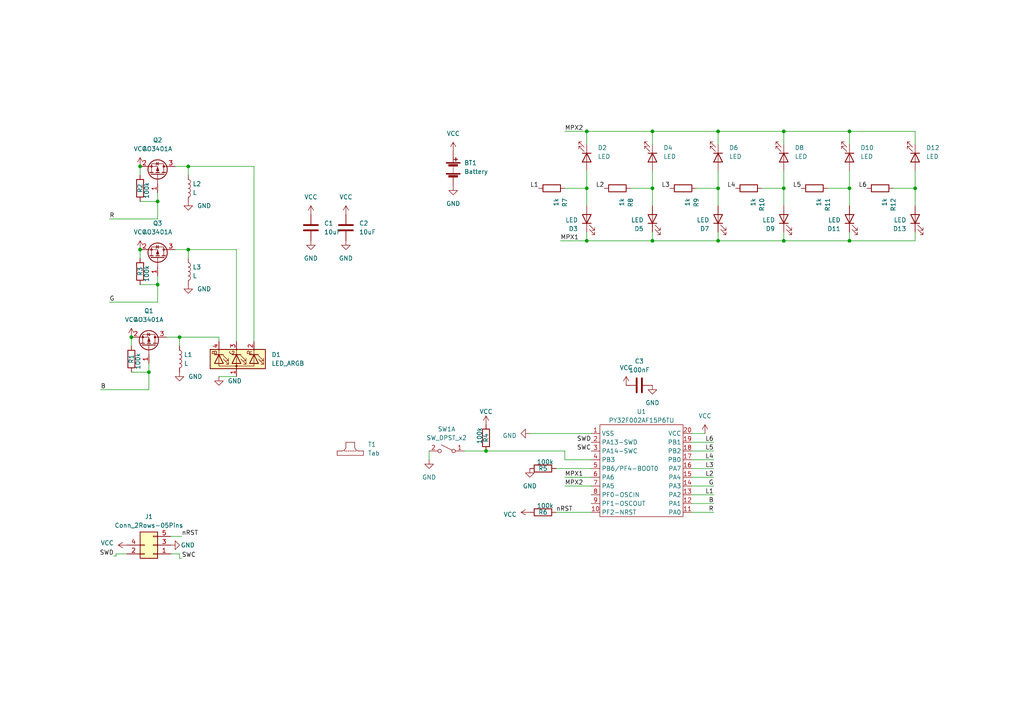
<source format=kicad_sch>
(kicad_sch
	(version 20231120)
	(generator "eeschema")
	(generator_version "8.0")
	(uuid "19258e15-03da-4d78-8c8e-9f6bc56b6533")
	(paper "A4")
	(lib_symbols
		(symbol "Connector_Generic:Conn_2Rows-05Pins"
			(pin_names
				(offset 1.016) hide)
			(exclude_from_sim no)
			(in_bom yes)
			(on_board yes)
			(property "Reference" "J"
				(at 1.27 5.08 0)
				(effects
					(font
						(size 1.27 1.27)
					)
				)
			)
			(property "Value" "Conn_2Rows-05Pins"
				(at 1.27 -5.08 0)
				(effects
					(font
						(size 1.27 1.27)
					)
				)
			)
			(property "Footprint" ""
				(at 0 0 0)
				(effects
					(font
						(size 1.27 1.27)
					)
					(hide yes)
				)
			)
			(property "Datasheet" "~"
				(at 0 0 0)
				(effects
					(font
						(size 1.27 1.27)
					)
					(hide yes)
				)
			)
			(property "Description" "Generic connector, double row, 05 pins, odd/even pin numbering scheme (row 1 odd numbers, row 2 even numbers), script generated (kicad-library-utils/schlib/autogen/connector/)"
				(at 0 0 0)
				(effects
					(font
						(size 1.27 1.27)
					)
					(hide yes)
				)
			)
			(property "ki_keywords" "connector"
				(at 0 0 0)
				(effects
					(font
						(size 1.27 1.27)
					)
					(hide yes)
				)
			)
			(property "ki_fp_filters" "Connector*:*2Rows*Pins__* *FCC*2Rows*Pins__*"
				(at 0 0 0)
				(effects
					(font
						(size 1.27 1.27)
					)
					(hide yes)
				)
			)
			(symbol "Conn_2Rows-05Pins_1_1"
				(rectangle
					(start -1.27 -2.413)
					(end 0 -2.667)
					(stroke
						(width 0.1524)
						(type default)
					)
					(fill
						(type none)
					)
				)
				(rectangle
					(start -1.27 0.127)
					(end 0 -0.127)
					(stroke
						(width 0.1524)
						(type default)
					)
					(fill
						(type none)
					)
				)
				(rectangle
					(start -1.27 2.667)
					(end 0 2.413)
					(stroke
						(width 0.1524)
						(type default)
					)
					(fill
						(type none)
					)
				)
				(rectangle
					(start -1.27 3.81)
					(end 3.81 -3.81)
					(stroke
						(width 0.254)
						(type default)
					)
					(fill
						(type background)
					)
				)
				(rectangle
					(start 3.81 0.127)
					(end 2.54 -0.127)
					(stroke
						(width 0.1524)
						(type default)
					)
					(fill
						(type none)
					)
				)
				(rectangle
					(start 3.81 2.667)
					(end 2.54 2.413)
					(stroke
						(width 0.1524)
						(type default)
					)
					(fill
						(type none)
					)
				)
				(pin passive line
					(at -5.08 2.54 0)
					(length 3.81)
					(name "Pin_1"
						(effects
							(font
								(size 1.27 1.27)
							)
						)
					)
					(number "1"
						(effects
							(font
								(size 1.27 1.27)
							)
						)
					)
				)
				(pin passive line
					(at 7.62 2.54 180)
					(length 3.81)
					(name "Pin_2"
						(effects
							(font
								(size 1.27 1.27)
							)
						)
					)
					(number "2"
						(effects
							(font
								(size 1.27 1.27)
							)
						)
					)
				)
				(pin passive line
					(at -5.08 0 0)
					(length 3.81)
					(name "Pin_3"
						(effects
							(font
								(size 1.27 1.27)
							)
						)
					)
					(number "3"
						(effects
							(font
								(size 1.27 1.27)
							)
						)
					)
				)
				(pin passive line
					(at 7.62 0 180)
					(length 3.81)
					(name "Pin_4"
						(effects
							(font
								(size 1.27 1.27)
							)
						)
					)
					(number "4"
						(effects
							(font
								(size 1.27 1.27)
							)
						)
					)
				)
				(pin passive line
					(at -5.08 -2.54 0)
					(length 3.81)
					(name "Pin_5"
						(effects
							(font
								(size 1.27 1.27)
							)
						)
					)
					(number "5"
						(effects
							(font
								(size 1.27 1.27)
							)
						)
					)
				)
			)
		)
		(symbol "Device:Battery"
			(pin_numbers hide)
			(pin_names
				(offset 0) hide)
			(exclude_from_sim no)
			(in_bom yes)
			(on_board yes)
			(property "Reference" "BT"
				(at 2.54 2.54 0)
				(effects
					(font
						(size 1.27 1.27)
					)
					(justify left)
				)
			)
			(property "Value" "Battery"
				(at 2.54 0 0)
				(effects
					(font
						(size 1.27 1.27)
					)
					(justify left)
				)
			)
			(property "Footprint" ""
				(at 0 1.524 90)
				(effects
					(font
						(size 1.27 1.27)
					)
					(hide yes)
				)
			)
			(property "Datasheet" "~"
				(at 0 1.524 90)
				(effects
					(font
						(size 1.27 1.27)
					)
					(hide yes)
				)
			)
			(property "Description" "Multiple-cell battery"
				(at 0 0 0)
				(effects
					(font
						(size 1.27 1.27)
					)
					(hide yes)
				)
			)
			(property "ki_keywords" "batt voltage-source cell"
				(at 0 0 0)
				(effects
					(font
						(size 1.27 1.27)
					)
					(hide yes)
				)
			)
			(symbol "Battery_0_1"
				(rectangle
					(start -2.032 -1.397)
					(end 2.032 -1.651)
					(stroke
						(width 0)
						(type default)
					)
					(fill
						(type outline)
					)
				)
				(rectangle
					(start -2.032 1.778)
					(end 2.032 1.524)
					(stroke
						(width 0)
						(type default)
					)
					(fill
						(type outline)
					)
				)
				(rectangle
					(start -1.3208 -1.9812)
					(end 1.27 -2.4892)
					(stroke
						(width 0)
						(type default)
					)
					(fill
						(type outline)
					)
				)
				(rectangle
					(start -1.3208 1.1938)
					(end 1.27 0.6858)
					(stroke
						(width 0)
						(type default)
					)
					(fill
						(type outline)
					)
				)
				(polyline
					(pts
						(xy 0 -1.524) (xy 0 -1.27)
					)
					(stroke
						(width 0)
						(type default)
					)
					(fill
						(type none)
					)
				)
				(polyline
					(pts
						(xy 0 -1.016) (xy 0 -0.762)
					)
					(stroke
						(width 0)
						(type default)
					)
					(fill
						(type none)
					)
				)
				(polyline
					(pts
						(xy 0 -0.508) (xy 0 -0.254)
					)
					(stroke
						(width 0)
						(type default)
					)
					(fill
						(type none)
					)
				)
				(polyline
					(pts
						(xy 0 0) (xy 0 0.254)
					)
					(stroke
						(width 0)
						(type default)
					)
					(fill
						(type none)
					)
				)
				(polyline
					(pts
						(xy 0 0.508) (xy 0 0.762)
					)
					(stroke
						(width 0)
						(type default)
					)
					(fill
						(type none)
					)
				)
				(polyline
					(pts
						(xy 0 1.778) (xy 0 2.54)
					)
					(stroke
						(width 0)
						(type default)
					)
					(fill
						(type none)
					)
				)
				(polyline
					(pts
						(xy 0.254 2.667) (xy 1.27 2.667)
					)
					(stroke
						(width 0.254)
						(type default)
					)
					(fill
						(type none)
					)
				)
				(polyline
					(pts
						(xy 0.762 3.175) (xy 0.762 2.159)
					)
					(stroke
						(width 0.254)
						(type default)
					)
					(fill
						(type none)
					)
				)
			)
			(symbol "Battery_1_1"
				(pin passive line
					(at 0 5.08 270)
					(length 2.54)
					(name "+"
						(effects
							(font
								(size 1.27 1.27)
							)
						)
					)
					(number "1"
						(effects
							(font
								(size 1.27 1.27)
							)
						)
					)
				)
				(pin passive line
					(at 0 -5.08 90)
					(length 2.54)
					(name "-"
						(effects
							(font
								(size 1.27 1.27)
							)
						)
					)
					(number "2"
						(effects
							(font
								(size 1.27 1.27)
							)
						)
					)
				)
			)
		)
		(symbol "Device:C"
			(pin_numbers hide)
			(pin_names
				(offset 0.254)
			)
			(exclude_from_sim no)
			(in_bom yes)
			(on_board yes)
			(property "Reference" "C"
				(at 0.635 2.54 0)
				(effects
					(font
						(size 1.27 1.27)
					)
					(justify left)
				)
			)
			(property "Value" "C"
				(at 0.635 -2.54 0)
				(effects
					(font
						(size 1.27 1.27)
					)
					(justify left)
				)
			)
			(property "Footprint" ""
				(at 0.9652 -3.81 0)
				(effects
					(font
						(size 1.27 1.27)
					)
					(hide yes)
				)
			)
			(property "Datasheet" "~"
				(at 0 0 0)
				(effects
					(font
						(size 1.27 1.27)
					)
					(hide yes)
				)
			)
			(property "Description" "Unpolarized capacitor"
				(at 0 0 0)
				(effects
					(font
						(size 1.27 1.27)
					)
					(hide yes)
				)
			)
			(property "ki_keywords" "cap capacitor"
				(at 0 0 0)
				(effects
					(font
						(size 1.27 1.27)
					)
					(hide yes)
				)
			)
			(property "ki_fp_filters" "C_*"
				(at 0 0 0)
				(effects
					(font
						(size 1.27 1.27)
					)
					(hide yes)
				)
			)
			(symbol "C_0_1"
				(polyline
					(pts
						(xy -2.032 -0.762) (xy 2.032 -0.762)
					)
					(stroke
						(width 0.508)
						(type default)
					)
					(fill
						(type none)
					)
				)
				(polyline
					(pts
						(xy -2.032 0.762) (xy 2.032 0.762)
					)
					(stroke
						(width 0.508)
						(type default)
					)
					(fill
						(type none)
					)
				)
			)
			(symbol "C_1_1"
				(pin passive line
					(at 0 3.81 270)
					(length 2.794)
					(name "~"
						(effects
							(font
								(size 1.27 1.27)
							)
						)
					)
					(number "1"
						(effects
							(font
								(size 1.27 1.27)
							)
						)
					)
				)
				(pin passive line
					(at 0 -3.81 90)
					(length 2.794)
					(name "~"
						(effects
							(font
								(size 1.27 1.27)
							)
						)
					)
					(number "2"
						(effects
							(font
								(size 1.27 1.27)
							)
						)
					)
				)
			)
		)
		(symbol "Device:L"
			(pin_numbers hide)
			(pin_names
				(offset 1.016) hide)
			(exclude_from_sim no)
			(in_bom yes)
			(on_board yes)
			(property "Reference" "L"
				(at -1.27 0 90)
				(effects
					(font
						(size 1.27 1.27)
					)
				)
			)
			(property "Value" "L"
				(at 1.905 0 90)
				(effects
					(font
						(size 1.27 1.27)
					)
				)
			)
			(property "Footprint" ""
				(at 0 0 0)
				(effects
					(font
						(size 1.27 1.27)
					)
					(hide yes)
				)
			)
			(property "Datasheet" "~"
				(at 0 0 0)
				(effects
					(font
						(size 1.27 1.27)
					)
					(hide yes)
				)
			)
			(property "Description" "Inductor"
				(at 0 0 0)
				(effects
					(font
						(size 1.27 1.27)
					)
					(hide yes)
				)
			)
			(property "ki_keywords" "inductor choke coil reactor magnetic"
				(at 0 0 0)
				(effects
					(font
						(size 1.27 1.27)
					)
					(hide yes)
				)
			)
			(property "ki_fp_filters" "Choke_* *Coil* Inductor_* L_*"
				(at 0 0 0)
				(effects
					(font
						(size 1.27 1.27)
					)
					(hide yes)
				)
			)
			(symbol "L_0_1"
				(arc
					(start 0 -2.54)
					(mid 0.6323 -1.905)
					(end 0 -1.27)
					(stroke
						(width 0)
						(type default)
					)
					(fill
						(type none)
					)
				)
				(arc
					(start 0 -1.27)
					(mid 0.6323 -0.635)
					(end 0 0)
					(stroke
						(width 0)
						(type default)
					)
					(fill
						(type none)
					)
				)
				(arc
					(start 0 0)
					(mid 0.6323 0.635)
					(end 0 1.27)
					(stroke
						(width 0)
						(type default)
					)
					(fill
						(type none)
					)
				)
				(arc
					(start 0 1.27)
					(mid 0.6323 1.905)
					(end 0 2.54)
					(stroke
						(width 0)
						(type default)
					)
					(fill
						(type none)
					)
				)
			)
			(symbol "L_1_1"
				(pin passive line
					(at 0 3.81 270)
					(length 1.27)
					(name "1"
						(effects
							(font
								(size 1.27 1.27)
							)
						)
					)
					(number "1"
						(effects
							(font
								(size 1.27 1.27)
							)
						)
					)
				)
				(pin passive line
					(at 0 -3.81 90)
					(length 1.27)
					(name "2"
						(effects
							(font
								(size 1.27 1.27)
							)
						)
					)
					(number "2"
						(effects
							(font
								(size 1.27 1.27)
							)
						)
					)
				)
			)
		)
		(symbol "Device:LED"
			(pin_numbers hide)
			(pin_names
				(offset 1.016) hide)
			(exclude_from_sim no)
			(in_bom yes)
			(on_board yes)
			(property "Reference" "D"
				(at 0 2.54 0)
				(effects
					(font
						(size 1.27 1.27)
					)
				)
			)
			(property "Value" "LED"
				(at 0 -2.54 0)
				(effects
					(font
						(size 1.27 1.27)
					)
				)
			)
			(property "Footprint" ""
				(at 0 0 0)
				(effects
					(font
						(size 1.27 1.27)
					)
					(hide yes)
				)
			)
			(property "Datasheet" "~"
				(at 0 0 0)
				(effects
					(font
						(size 1.27 1.27)
					)
					(hide yes)
				)
			)
			(property "Description" "Light emitting diode"
				(at 0 0 0)
				(effects
					(font
						(size 1.27 1.27)
					)
					(hide yes)
				)
			)
			(property "ki_keywords" "LED diode"
				(at 0 0 0)
				(effects
					(font
						(size 1.27 1.27)
					)
					(hide yes)
				)
			)
			(property "ki_fp_filters" "LED* LED_SMD:* LED_THT:*"
				(at 0 0 0)
				(effects
					(font
						(size 1.27 1.27)
					)
					(hide yes)
				)
			)
			(symbol "LED_0_1"
				(polyline
					(pts
						(xy -1.27 -1.27) (xy -1.27 1.27)
					)
					(stroke
						(width 0.254)
						(type default)
					)
					(fill
						(type none)
					)
				)
				(polyline
					(pts
						(xy -1.27 0) (xy 1.27 0)
					)
					(stroke
						(width 0)
						(type default)
					)
					(fill
						(type none)
					)
				)
				(polyline
					(pts
						(xy 1.27 -1.27) (xy 1.27 1.27) (xy -1.27 0) (xy 1.27 -1.27)
					)
					(stroke
						(width 0.254)
						(type default)
					)
					(fill
						(type none)
					)
				)
				(polyline
					(pts
						(xy -3.048 -0.762) (xy -4.572 -2.286) (xy -3.81 -2.286) (xy -4.572 -2.286) (xy -4.572 -1.524)
					)
					(stroke
						(width 0)
						(type default)
					)
					(fill
						(type none)
					)
				)
				(polyline
					(pts
						(xy -1.778 -0.762) (xy -3.302 -2.286) (xy -2.54 -2.286) (xy -3.302 -2.286) (xy -3.302 -1.524)
					)
					(stroke
						(width 0)
						(type default)
					)
					(fill
						(type none)
					)
				)
			)
			(symbol "LED_1_1"
				(pin passive line
					(at -3.81 0 0)
					(length 2.54)
					(name "K"
						(effects
							(font
								(size 1.27 1.27)
							)
						)
					)
					(number "1"
						(effects
							(font
								(size 1.27 1.27)
							)
						)
					)
				)
				(pin passive line
					(at 3.81 0 180)
					(length 2.54)
					(name "A"
						(effects
							(font
								(size 1.27 1.27)
							)
						)
					)
					(number "2"
						(effects
							(font
								(size 1.27 1.27)
							)
						)
					)
				)
			)
		)
		(symbol "Device:LED_ARGB"
			(pin_names
				(offset 0) hide)
			(exclude_from_sim no)
			(in_bom yes)
			(on_board yes)
			(property "Reference" "D"
				(at 0 9.398 0)
				(effects
					(font
						(size 1.27 1.27)
					)
				)
			)
			(property "Value" "LED_ARGB"
				(at 0 -8.89 0)
				(effects
					(font
						(size 1.27 1.27)
					)
				)
			)
			(property "Footprint" ""
				(at 0 -1.27 0)
				(effects
					(font
						(size 1.27 1.27)
					)
					(hide yes)
				)
			)
			(property "Datasheet" "~"
				(at 0 -1.27 0)
				(effects
					(font
						(size 1.27 1.27)
					)
					(hide yes)
				)
			)
			(property "Description" "RGB LED, anode/red/green/blue"
				(at 0 0 0)
				(effects
					(font
						(size 1.27 1.27)
					)
					(hide yes)
				)
			)
			(property "ki_keywords" "LED RGB diode"
				(at 0 0 0)
				(effects
					(font
						(size 1.27 1.27)
					)
					(hide yes)
				)
			)
			(property "ki_fp_filters" "LED* LED_SMD:* LED_THT:*"
				(at 0 0 0)
				(effects
					(font
						(size 1.27 1.27)
					)
					(hide yes)
				)
			)
			(symbol "LED_ARGB_0_0"
				(text "B"
					(at -1.905 -6.35 0)
					(effects
						(font
							(size 1.27 1.27)
						)
					)
				)
				(text "G"
					(at -1.905 -1.27 0)
					(effects
						(font
							(size 1.27 1.27)
						)
					)
				)
				(text "R"
					(at -1.905 3.81 0)
					(effects
						(font
							(size 1.27 1.27)
						)
					)
				)
			)
			(symbol "LED_ARGB_0_1"
				(polyline
					(pts
						(xy -1.27 -5.08) (xy -2.54 -5.08)
					)
					(stroke
						(width 0)
						(type default)
					)
					(fill
						(type none)
					)
				)
				(polyline
					(pts
						(xy -1.27 -5.08) (xy 1.27 -5.08)
					)
					(stroke
						(width 0)
						(type default)
					)
					(fill
						(type none)
					)
				)
				(polyline
					(pts
						(xy -1.27 -3.81) (xy -1.27 -6.35)
					)
					(stroke
						(width 0.254)
						(type default)
					)
					(fill
						(type none)
					)
				)
				(polyline
					(pts
						(xy -1.27 0) (xy -2.54 0)
					)
					(stroke
						(width 0)
						(type default)
					)
					(fill
						(type none)
					)
				)
				(polyline
					(pts
						(xy -1.27 1.27) (xy -1.27 -1.27)
					)
					(stroke
						(width 0.254)
						(type default)
					)
					(fill
						(type none)
					)
				)
				(polyline
					(pts
						(xy -1.27 5.08) (xy -2.54 5.08)
					)
					(stroke
						(width 0)
						(type default)
					)
					(fill
						(type none)
					)
				)
				(polyline
					(pts
						(xy -1.27 5.08) (xy 1.27 5.08)
					)
					(stroke
						(width 0)
						(type default)
					)
					(fill
						(type none)
					)
				)
				(polyline
					(pts
						(xy -1.27 6.35) (xy -1.27 3.81)
					)
					(stroke
						(width 0.254)
						(type default)
					)
					(fill
						(type none)
					)
				)
				(polyline
					(pts
						(xy 1.27 0) (xy -1.27 0)
					)
					(stroke
						(width 0)
						(type default)
					)
					(fill
						(type none)
					)
				)
				(polyline
					(pts
						(xy 1.27 0) (xy 2.54 0)
					)
					(stroke
						(width 0)
						(type default)
					)
					(fill
						(type none)
					)
				)
				(polyline
					(pts
						(xy -1.27 1.27) (xy -1.27 -1.27) (xy -1.27 -1.27)
					)
					(stroke
						(width 0)
						(type default)
					)
					(fill
						(type none)
					)
				)
				(polyline
					(pts
						(xy -1.27 6.35) (xy -1.27 3.81) (xy -1.27 3.81)
					)
					(stroke
						(width 0)
						(type default)
					)
					(fill
						(type none)
					)
				)
				(polyline
					(pts
						(xy 1.27 -5.08) (xy 2.032 -5.08) (xy 2.032 5.08) (xy 1.27 5.08)
					)
					(stroke
						(width 0)
						(type default)
					)
					(fill
						(type none)
					)
				)
				(polyline
					(pts
						(xy 1.27 -3.81) (xy 1.27 -6.35) (xy -1.27 -5.08) (xy 1.27 -3.81)
					)
					(stroke
						(width 0.254)
						(type default)
					)
					(fill
						(type none)
					)
				)
				(polyline
					(pts
						(xy 1.27 1.27) (xy 1.27 -1.27) (xy -1.27 0) (xy 1.27 1.27)
					)
					(stroke
						(width 0.254)
						(type default)
					)
					(fill
						(type none)
					)
				)
				(polyline
					(pts
						(xy 1.27 6.35) (xy 1.27 3.81) (xy -1.27 5.08) (xy 1.27 6.35)
					)
					(stroke
						(width 0.254)
						(type default)
					)
					(fill
						(type none)
					)
				)
				(polyline
					(pts
						(xy -1.016 -3.81) (xy 0.508 -2.286) (xy -0.254 -2.286) (xy 0.508 -2.286) (xy 0.508 -3.048)
					)
					(stroke
						(width 0)
						(type default)
					)
					(fill
						(type none)
					)
				)
				(polyline
					(pts
						(xy -1.016 1.27) (xy 0.508 2.794) (xy -0.254 2.794) (xy 0.508 2.794) (xy 0.508 2.032)
					)
					(stroke
						(width 0)
						(type default)
					)
					(fill
						(type none)
					)
				)
				(polyline
					(pts
						(xy -1.016 6.35) (xy 0.508 7.874) (xy -0.254 7.874) (xy 0.508 7.874) (xy 0.508 7.112)
					)
					(stroke
						(width 0)
						(type default)
					)
					(fill
						(type none)
					)
				)
				(polyline
					(pts
						(xy 0 -3.81) (xy 1.524 -2.286) (xy 0.762 -2.286) (xy 1.524 -2.286) (xy 1.524 -3.048)
					)
					(stroke
						(width 0)
						(type default)
					)
					(fill
						(type none)
					)
				)
				(polyline
					(pts
						(xy 0 1.27) (xy 1.524 2.794) (xy 0.762 2.794) (xy 1.524 2.794) (xy 1.524 2.032)
					)
					(stroke
						(width 0)
						(type default)
					)
					(fill
						(type none)
					)
				)
				(polyline
					(pts
						(xy 0 6.35) (xy 1.524 7.874) (xy 0.762 7.874) (xy 1.524 7.874) (xy 1.524 7.112)
					)
					(stroke
						(width 0)
						(type default)
					)
					(fill
						(type none)
					)
				)
				(rectangle
					(start 1.27 -1.27)
					(end 1.27 1.27)
					(stroke
						(width 0)
						(type default)
					)
					(fill
						(type none)
					)
				)
				(rectangle
					(start 1.27 1.27)
					(end 1.27 1.27)
					(stroke
						(width 0)
						(type default)
					)
					(fill
						(type none)
					)
				)
				(rectangle
					(start 1.27 3.81)
					(end 1.27 6.35)
					(stroke
						(width 0)
						(type default)
					)
					(fill
						(type none)
					)
				)
				(rectangle
					(start 1.27 6.35)
					(end 1.27 6.35)
					(stroke
						(width 0)
						(type default)
					)
					(fill
						(type none)
					)
				)
				(circle
					(center 2.032 0)
					(radius 0.254)
					(stroke
						(width 0)
						(type default)
					)
					(fill
						(type outline)
					)
				)
				(rectangle
					(start 2.794 8.382)
					(end -2.794 -7.62)
					(stroke
						(width 0.254)
						(type default)
					)
					(fill
						(type background)
					)
				)
			)
			(symbol "LED_ARGB_1_1"
				(pin passive line
					(at 5.08 0 180)
					(length 2.54)
					(name "A"
						(effects
							(font
								(size 1.27 1.27)
							)
						)
					)
					(number "1"
						(effects
							(font
								(size 1.27 1.27)
							)
						)
					)
				)
				(pin passive line
					(at -5.08 5.08 0)
					(length 2.54)
					(name "RK"
						(effects
							(font
								(size 1.27 1.27)
							)
						)
					)
					(number "2"
						(effects
							(font
								(size 1.27 1.27)
							)
						)
					)
				)
				(pin passive line
					(at -5.08 0 0)
					(length 2.54)
					(name "GK"
						(effects
							(font
								(size 1.27 1.27)
							)
						)
					)
					(number "3"
						(effects
							(font
								(size 1.27 1.27)
							)
						)
					)
				)
				(pin passive line
					(at -5.08 -5.08 0)
					(length 2.54)
					(name "BK"
						(effects
							(font
								(size 1.27 1.27)
							)
						)
					)
					(number "4"
						(effects
							(font
								(size 1.27 1.27)
							)
						)
					)
				)
			)
		)
		(symbol "Device:R"
			(pin_numbers hide)
			(pin_names
				(offset 0)
			)
			(exclude_from_sim no)
			(in_bom yes)
			(on_board yes)
			(property "Reference" "R"
				(at 2.032 0 90)
				(effects
					(font
						(size 1.27 1.27)
					)
				)
			)
			(property "Value" "R"
				(at 0 0 90)
				(effects
					(font
						(size 1.27 1.27)
					)
				)
			)
			(property "Footprint" ""
				(at -1.778 0 90)
				(effects
					(font
						(size 1.27 1.27)
					)
					(hide yes)
				)
			)
			(property "Datasheet" "~"
				(at 0 0 0)
				(effects
					(font
						(size 1.27 1.27)
					)
					(hide yes)
				)
			)
			(property "Description" "Resistor"
				(at 0 0 0)
				(effects
					(font
						(size 1.27 1.27)
					)
					(hide yes)
				)
			)
			(property "ki_keywords" "R res resistor"
				(at 0 0 0)
				(effects
					(font
						(size 1.27 1.27)
					)
					(hide yes)
				)
			)
			(property "ki_fp_filters" "R_*"
				(at 0 0 0)
				(effects
					(font
						(size 1.27 1.27)
					)
					(hide yes)
				)
			)
			(symbol "R_0_1"
				(rectangle
					(start -1.016 -2.54)
					(end 1.016 2.54)
					(stroke
						(width 0.254)
						(type default)
					)
					(fill
						(type none)
					)
				)
			)
			(symbol "R_1_1"
				(pin passive line
					(at 0 3.81 270)
					(length 1.27)
					(name "~"
						(effects
							(font
								(size 1.27 1.27)
							)
						)
					)
					(number "1"
						(effects
							(font
								(size 1.27 1.27)
							)
						)
					)
				)
				(pin passive line
					(at 0 -3.81 90)
					(length 1.27)
					(name "~"
						(effects
							(font
								(size 1.27 1.27)
							)
						)
					)
					(number "2"
						(effects
							(font
								(size 1.27 1.27)
							)
						)
					)
				)
			)
		)
		(symbol "PY32F002AF15P6:PY32F002AF15P6TU"
			(exclude_from_sim no)
			(in_bom yes)
			(on_board yes)
			(property "Reference" "U"
				(at -8.89 16.51 0)
				(effects
					(font
						(size 1.27 1.27)
					)
				)
			)
			(property "Value" "PY32F002AF15P6TU"
				(at 5.08 16.51 0)
				(effects
					(font
						(size 1.27 1.27)
					)
				)
			)
			(property "Footprint" "Package_SO:TSSOP-20_4.4x6.5mm_P0.65mm"
				(at 2.54 13.97 0)
				(effects
					(font
						(size 1.27 1.27)
					)
					(hide yes)
				)
			)
			(property "Datasheet" ""
				(at 7.62 6.35 0)
				(effects
					(font
						(size 1.27 1.27)
					)
					(hide yes)
				)
			)
			(property "Description" ""
				(at 0 0 0)
				(effects
					(font
						(size 1.27 1.27)
					)
					(hide yes)
				)
			)
			(symbol "PY32F002AF15P6TU_0_1"
				(rectangle
					(start -12.7 11.43)
					(end 11.43 -15.24)
					(stroke
						(width 0)
						(type default)
					)
					(fill
						(type none)
					)
				)
			)
			(symbol "PY32F002AF15P6TU_1_1"
				(pin input line
					(at -15.24 8.89 0)
					(length 2.54)
					(name "VSS"
						(effects
							(font
								(size 1.27 1.27)
							)
						)
					)
					(number "1"
						(effects
							(font
								(size 1.27 1.27)
							)
						)
					)
				)
				(pin input line
					(at -15.24 -13.97 0)
					(length 2.54)
					(name "PF2-NRST"
						(effects
							(font
								(size 1.27 1.27)
							)
						)
					)
					(number "10"
						(effects
							(font
								(size 1.27 1.27)
							)
						)
					)
				)
				(pin input line
					(at 13.97 -13.97 180)
					(length 2.54)
					(name "PA0"
						(effects
							(font
								(size 1.27 1.27)
							)
						)
					)
					(number "11"
						(effects
							(font
								(size 1.27 1.27)
							)
						)
					)
				)
				(pin input line
					(at 13.97 -11.43 180)
					(length 2.54)
					(name "PA1"
						(effects
							(font
								(size 1.27 1.27)
							)
						)
					)
					(number "12"
						(effects
							(font
								(size 1.27 1.27)
							)
						)
					)
				)
				(pin input line
					(at 13.97 -8.89 180)
					(length 2.54)
					(name "PA2"
						(effects
							(font
								(size 1.27 1.27)
							)
						)
					)
					(number "13"
						(effects
							(font
								(size 1.27 1.27)
							)
						)
					)
				)
				(pin input line
					(at 13.97 -6.35 180)
					(length 2.54)
					(name "PA3"
						(effects
							(font
								(size 1.27 1.27)
							)
						)
					)
					(number "14"
						(effects
							(font
								(size 1.27 1.27)
							)
						)
					)
				)
				(pin input line
					(at 13.97 -3.81 180)
					(length 2.54)
					(name "PA4"
						(effects
							(font
								(size 1.27 1.27)
							)
						)
					)
					(number "15"
						(effects
							(font
								(size 1.27 1.27)
							)
						)
					)
				)
				(pin input line
					(at 13.97 -1.27 180)
					(length 2.54)
					(name "PA7"
						(effects
							(font
								(size 1.27 1.27)
							)
						)
					)
					(number "16"
						(effects
							(font
								(size 1.27 1.27)
							)
						)
					)
				)
				(pin input line
					(at 13.97 1.27 180)
					(length 2.54)
					(name "PB0"
						(effects
							(font
								(size 1.27 1.27)
							)
						)
					)
					(number "17"
						(effects
							(font
								(size 1.27 1.27)
							)
						)
					)
				)
				(pin input line
					(at 13.97 3.81 180)
					(length 2.54)
					(name "PB2"
						(effects
							(font
								(size 1.27 1.27)
							)
						)
					)
					(number "18"
						(effects
							(font
								(size 1.27 1.27)
							)
						)
					)
				)
				(pin input line
					(at 13.97 6.35 180)
					(length 2.54)
					(name "PB1"
						(effects
							(font
								(size 1.27 1.27)
							)
						)
					)
					(number "19"
						(effects
							(font
								(size 1.27 1.27)
							)
						)
					)
				)
				(pin input line
					(at -15.24 6.35 0)
					(length 2.54)
					(name "PA13-SWD"
						(effects
							(font
								(size 1.27 1.27)
							)
						)
					)
					(number "2"
						(effects
							(font
								(size 1.27 1.27)
							)
						)
					)
				)
				(pin input line
					(at 13.97 8.89 180)
					(length 2.54)
					(name "VCC"
						(effects
							(font
								(size 1.27 1.27)
							)
						)
					)
					(number "20"
						(effects
							(font
								(size 1.27 1.27)
							)
						)
					)
				)
				(pin input line
					(at -15.24 3.81 0)
					(length 2.54)
					(name "PA14-SWC"
						(effects
							(font
								(size 1.27 1.27)
							)
						)
					)
					(number "3"
						(effects
							(font
								(size 1.27 1.27)
							)
						)
					)
				)
				(pin input line
					(at -15.24 1.27 0)
					(length 2.54)
					(name "PB3"
						(effects
							(font
								(size 1.27 1.27)
							)
						)
					)
					(number "4"
						(effects
							(font
								(size 1.27 1.27)
							)
						)
					)
				)
				(pin input line
					(at -15.24 -1.27 0)
					(length 2.54)
					(name "PB6/PF4-BOOT0"
						(effects
							(font
								(size 1.27 1.27)
							)
						)
					)
					(number "5"
						(effects
							(font
								(size 1.27 1.27)
							)
						)
					)
				)
				(pin input line
					(at -15.24 -3.81 0)
					(length 2.54)
					(name "PA6"
						(effects
							(font
								(size 1.27 1.27)
							)
						)
					)
					(number "6"
						(effects
							(font
								(size 1.27 1.27)
							)
						)
					)
				)
				(pin input line
					(at -15.24 -6.35 0)
					(length 2.54)
					(name "PA5"
						(effects
							(font
								(size 1.27 1.27)
							)
						)
					)
					(number "7"
						(effects
							(font
								(size 1.27 1.27)
							)
						)
					)
				)
				(pin input line
					(at -15.24 -8.89 0)
					(length 2.54)
					(name "PF0-OSCIN"
						(effects
							(font
								(size 1.27 1.27)
							)
						)
					)
					(number "8"
						(effects
							(font
								(size 1.27 1.27)
							)
						)
					)
				)
				(pin input line
					(at -15.24 -11.43 0)
					(length 2.54)
					(name "PF1-OSCOUT"
						(effects
							(font
								(size 1.27 1.27)
							)
						)
					)
					(number "9"
						(effects
							(font
								(size 1.27 1.27)
							)
						)
					)
				)
			)
		)
		(symbol "Switch:SW_DPST_x2"
			(pin_names
				(offset 0) hide)
			(exclude_from_sim no)
			(in_bom yes)
			(on_board yes)
			(property "Reference" "SW"
				(at 0 3.175 0)
				(effects
					(font
						(size 1.27 1.27)
					)
				)
			)
			(property "Value" "SW_DPST_x2"
				(at 0 -2.54 0)
				(effects
					(font
						(size 1.27 1.27)
					)
				)
			)
			(property "Footprint" ""
				(at 0 0 0)
				(effects
					(font
						(size 1.27 1.27)
					)
					(hide yes)
				)
			)
			(property "Datasheet" "~"
				(at 0 0 0)
				(effects
					(font
						(size 1.27 1.27)
					)
					(hide yes)
				)
			)
			(property "Description" "Single Pole Single Throw (SPST) switch, separate symbol"
				(at 0 0 0)
				(effects
					(font
						(size 1.27 1.27)
					)
					(hide yes)
				)
			)
			(property "ki_keywords" "switch lever"
				(at 0 0 0)
				(effects
					(font
						(size 1.27 1.27)
					)
					(hide yes)
				)
			)
			(symbol "SW_DPST_x2_0_0"
				(circle
					(center -2.032 0)
					(radius 0.508)
					(stroke
						(width 0)
						(type default)
					)
					(fill
						(type none)
					)
				)
				(polyline
					(pts
						(xy -1.524 0.254) (xy 1.524 1.778)
					)
					(stroke
						(width 0)
						(type default)
					)
					(fill
						(type none)
					)
				)
				(circle
					(center 2.032 0)
					(radius 0.508)
					(stroke
						(width 0)
						(type default)
					)
					(fill
						(type none)
					)
				)
			)
			(symbol "SW_DPST_x2_1_1"
				(pin passive line
					(at -5.08 0 0)
					(length 2.54)
					(name "A"
						(effects
							(font
								(size 1.27 1.27)
							)
						)
					)
					(number "1"
						(effects
							(font
								(size 1.27 1.27)
							)
						)
					)
				)
				(pin passive line
					(at 5.08 0 180)
					(length 2.54)
					(name "B"
						(effects
							(font
								(size 1.27 1.27)
							)
						)
					)
					(number "2"
						(effects
							(font
								(size 1.27 1.27)
							)
						)
					)
				)
			)
			(symbol "SW_DPST_x2_2_1"
				(pin passive line
					(at -5.08 0 0)
					(length 2.54)
					(name "A"
						(effects
							(font
								(size 1.27 1.27)
							)
						)
					)
					(number "3"
						(effects
							(font
								(size 1.27 1.27)
							)
						)
					)
				)
				(pin passive line
					(at 5.08 0 180)
					(length 2.54)
					(name "B"
						(effects
							(font
								(size 1.27 1.27)
							)
						)
					)
					(number "4"
						(effects
							(font
								(size 1.27 1.27)
							)
						)
					)
				)
			)
		)
		(symbol "Transistor_FET:AO3401A"
			(pin_names hide)
			(exclude_from_sim no)
			(in_bom yes)
			(on_board yes)
			(property "Reference" "Q"
				(at 5.08 1.905 0)
				(effects
					(font
						(size 1.27 1.27)
					)
					(justify left)
				)
			)
			(property "Value" "AO3401A"
				(at 5.08 0 0)
				(effects
					(font
						(size 1.27 1.27)
					)
					(justify left)
				)
			)
			(property "Footprint" "Package_TO_SOT_SMD:SOT-23"
				(at 5.08 -1.905 0)
				(effects
					(font
						(size 1.27 1.27)
						(italic yes)
					)
					(justify left)
					(hide yes)
				)
			)
			(property "Datasheet" "http://www.aosmd.com/pdfs/datasheet/AO3401A.pdf"
				(at 0 0 0)
				(effects
					(font
						(size 1.27 1.27)
					)
					(justify left)
					(hide yes)
				)
			)
			(property "Description" "-4.0A Id, -30V Vds, P-Channel MOSFET, SOT-23"
				(at 0 0 0)
				(effects
					(font
						(size 1.27 1.27)
					)
					(hide yes)
				)
			)
			(property "ki_keywords" "P-Channel MOSFET"
				(at 0 0 0)
				(effects
					(font
						(size 1.27 1.27)
					)
					(hide yes)
				)
			)
			(property "ki_fp_filters" "SOT?23*"
				(at 0 0 0)
				(effects
					(font
						(size 1.27 1.27)
					)
					(hide yes)
				)
			)
			(symbol "AO3401A_0_1"
				(polyline
					(pts
						(xy 0.254 0) (xy -2.54 0)
					)
					(stroke
						(width 0)
						(type default)
					)
					(fill
						(type none)
					)
				)
				(polyline
					(pts
						(xy 0.254 1.905) (xy 0.254 -1.905)
					)
					(stroke
						(width 0.254)
						(type default)
					)
					(fill
						(type none)
					)
				)
				(polyline
					(pts
						(xy 0.762 -1.27) (xy 0.762 -2.286)
					)
					(stroke
						(width 0.254)
						(type default)
					)
					(fill
						(type none)
					)
				)
				(polyline
					(pts
						(xy 0.762 0.508) (xy 0.762 -0.508)
					)
					(stroke
						(width 0.254)
						(type default)
					)
					(fill
						(type none)
					)
				)
				(polyline
					(pts
						(xy 0.762 2.286) (xy 0.762 1.27)
					)
					(stroke
						(width 0.254)
						(type default)
					)
					(fill
						(type none)
					)
				)
				(polyline
					(pts
						(xy 2.54 2.54) (xy 2.54 1.778)
					)
					(stroke
						(width 0)
						(type default)
					)
					(fill
						(type none)
					)
				)
				(polyline
					(pts
						(xy 2.54 -2.54) (xy 2.54 0) (xy 0.762 0)
					)
					(stroke
						(width 0)
						(type default)
					)
					(fill
						(type none)
					)
				)
				(polyline
					(pts
						(xy 0.762 1.778) (xy 3.302 1.778) (xy 3.302 -1.778) (xy 0.762 -1.778)
					)
					(stroke
						(width 0)
						(type default)
					)
					(fill
						(type none)
					)
				)
				(polyline
					(pts
						(xy 2.286 0) (xy 1.27 0.381) (xy 1.27 -0.381) (xy 2.286 0)
					)
					(stroke
						(width 0)
						(type default)
					)
					(fill
						(type outline)
					)
				)
				(polyline
					(pts
						(xy 2.794 -0.508) (xy 2.921 -0.381) (xy 3.683 -0.381) (xy 3.81 -0.254)
					)
					(stroke
						(width 0)
						(type default)
					)
					(fill
						(type none)
					)
				)
				(polyline
					(pts
						(xy 3.302 -0.381) (xy 2.921 0.254) (xy 3.683 0.254) (xy 3.302 -0.381)
					)
					(stroke
						(width 0)
						(type default)
					)
					(fill
						(type none)
					)
				)
				(circle
					(center 1.651 0)
					(radius 2.794)
					(stroke
						(width 0.254)
						(type default)
					)
					(fill
						(type none)
					)
				)
				(circle
					(center 2.54 -1.778)
					(radius 0.254)
					(stroke
						(width 0)
						(type default)
					)
					(fill
						(type outline)
					)
				)
				(circle
					(center 2.54 1.778)
					(radius 0.254)
					(stroke
						(width 0)
						(type default)
					)
					(fill
						(type outline)
					)
				)
			)
			(symbol "AO3401A_1_1"
				(pin input line
					(at -5.08 0 0)
					(length 2.54)
					(name "G"
						(effects
							(font
								(size 1.27 1.27)
							)
						)
					)
					(number "1"
						(effects
							(font
								(size 1.27 1.27)
							)
						)
					)
				)
				(pin passive line
					(at 2.54 -5.08 90)
					(length 2.54)
					(name "S"
						(effects
							(font
								(size 1.27 1.27)
							)
						)
					)
					(number "2"
						(effects
							(font
								(size 1.27 1.27)
							)
						)
					)
				)
				(pin passive line
					(at 2.54 5.08 270)
					(length 2.54)
					(name "D"
						(effects
							(font
								(size 1.27 1.27)
							)
						)
					)
					(number "3"
						(effects
							(font
								(size 1.27 1.27)
							)
						)
					)
				)
			)
		)
		(symbol "kikit:Tab"
			(exclude_from_sim no)
			(in_bom no)
			(on_board yes)
			(property "Reference" "T"
				(at 0 3.81 0)
				(effects
					(font
						(size 1.27 1.27)
					)
				)
			)
			(property "Value" "Tab"
				(at 0 -2.54 0)
				(effects
					(font
						(size 1.27 1.27)
					)
				)
			)
			(property "Footprint" "kikit:Tab"
				(at 0 0 0)
				(effects
					(font
						(size 1.27 1.27)
					)
					(hide yes)
				)
			)
			(property "Datasheet" ""
				(at 0 0 0)
				(effects
					(font
						(size 1.27 1.27)
					)
					(hide yes)
				)
			)
			(property "Description" "KiKit tab annotations"
				(at 0 0 0)
				(effects
					(font
						(size 1.27 1.27)
					)
					(hide yes)
				)
			)
			(property "ki_keywords" "KiKit"
				(at 0 0 0)
				(effects
					(font
						(size 1.27 1.27)
					)
					(hide yes)
				)
			)
			(symbol "Tab_0_1"
				(arc
					(start -2.54 0)
					(mid -1.642 0.372)
					(end -1.27 1.27)
					(stroke
						(width 0.1524)
						(type default)
					)
					(fill
						(type none)
					)
				)
				(circle
					(center -1.524 0)
					(radius 0.0762)
					(stroke
						(width 0.1524)
						(type default)
					)
					(fill
						(type none)
					)
				)
				(circle
					(center -1.016 0)
					(radius 0.0762)
					(stroke
						(width 0.1524)
						(type default)
					)
					(fill
						(type none)
					)
				)
				(circle
					(center -0.508 0)
					(radius 0.0762)
					(stroke
						(width 0.1524)
						(type default)
					)
					(fill
						(type none)
					)
				)
				(polyline
					(pts
						(xy -3.81 0) (xy -2.54 0)
					)
					(stroke
						(width 0.1524)
						(type default)
					)
					(fill
						(type none)
					)
				)
				(polyline
					(pts
						(xy -1.27 1.27) (xy -1.27 2.54)
					)
					(stroke
						(width 0.1524)
						(type default)
					)
					(fill
						(type none)
					)
				)
				(polyline
					(pts
						(xy 1.27 1.27) (xy 1.27 2.54)
					)
					(stroke
						(width 0.1524)
						(type default)
					)
					(fill
						(type none)
					)
				)
				(polyline
					(pts
						(xy 1.27 2.54) (xy -1.27 2.54)
					)
					(stroke
						(width 0.1524)
						(type default)
					)
					(fill
						(type none)
					)
				)
				(polyline
					(pts
						(xy 2.54 0) (xy 3.81 0)
					)
					(stroke
						(width 0.1524)
						(type default)
					)
					(fill
						(type none)
					)
				)
				(polyline
					(pts
						(xy -3.81 0) (xy -3.81 -1.27) (xy 3.81 -1.27) (xy 3.81 0)
					)
					(stroke
						(width 0.1524)
						(type default)
					)
					(fill
						(type none)
					)
				)
				(circle
					(center 0 0)
					(radius 0.0762)
					(stroke
						(width 0.1524)
						(type default)
					)
					(fill
						(type none)
					)
				)
				(circle
					(center 0.508 0)
					(radius 0.0762)
					(stroke
						(width 0.1524)
						(type default)
					)
					(fill
						(type none)
					)
				)
				(circle
					(center 1.016 0)
					(radius 0.0762)
					(stroke
						(width 0.1524)
						(type default)
					)
					(fill
						(type none)
					)
				)
				(arc
					(start 1.27 1.27)
					(mid 1.642 0.372)
					(end 2.54 0)
					(stroke
						(width 0.1524)
						(type default)
					)
					(fill
						(type none)
					)
				)
				(circle
					(center 1.524 0)
					(radius 0.0762)
					(stroke
						(width 0.1524)
						(type default)
					)
					(fill
						(type none)
					)
				)
			)
		)
		(symbol "power:GND"
			(power)
			(pin_names
				(offset 0)
			)
			(exclude_from_sim no)
			(in_bom yes)
			(on_board yes)
			(property "Reference" "#PWR"
				(at 0 -6.35 0)
				(effects
					(font
						(size 1.27 1.27)
					)
					(hide yes)
				)
			)
			(property "Value" "GND"
				(at 0 -3.81 0)
				(effects
					(font
						(size 1.27 1.27)
					)
				)
			)
			(property "Footprint" ""
				(at 0 0 0)
				(effects
					(font
						(size 1.27 1.27)
					)
					(hide yes)
				)
			)
			(property "Datasheet" ""
				(at 0 0 0)
				(effects
					(font
						(size 1.27 1.27)
					)
					(hide yes)
				)
			)
			(property "Description" "Power symbol creates a global label with name \"GND\" , ground"
				(at 0 0 0)
				(effects
					(font
						(size 1.27 1.27)
					)
					(hide yes)
				)
			)
			(property "ki_keywords" "power-flag"
				(at 0 0 0)
				(effects
					(font
						(size 1.27 1.27)
					)
					(hide yes)
				)
			)
			(symbol "GND_0_1"
				(polyline
					(pts
						(xy 0 0) (xy 0 -1.27) (xy 1.27 -1.27) (xy 0 -2.54) (xy -1.27 -1.27) (xy 0 -1.27)
					)
					(stroke
						(width 0)
						(type default)
					)
					(fill
						(type none)
					)
				)
			)
			(symbol "GND_1_1"
				(pin power_in line
					(at 0 0 270)
					(length 0) hide
					(name "GND"
						(effects
							(font
								(size 1.27 1.27)
							)
						)
					)
					(number "1"
						(effects
							(font
								(size 1.27 1.27)
							)
						)
					)
				)
			)
		)
		(symbol "power:VCC"
			(power)
			(pin_names
				(offset 0)
			)
			(exclude_from_sim no)
			(in_bom yes)
			(on_board yes)
			(property "Reference" "#PWR"
				(at 0 -3.81 0)
				(effects
					(font
						(size 1.27 1.27)
					)
					(hide yes)
				)
			)
			(property "Value" "VCC"
				(at 0 3.81 0)
				(effects
					(font
						(size 1.27 1.27)
					)
				)
			)
			(property "Footprint" ""
				(at 0 0 0)
				(effects
					(font
						(size 1.27 1.27)
					)
					(hide yes)
				)
			)
			(property "Datasheet" ""
				(at 0 0 0)
				(effects
					(font
						(size 1.27 1.27)
					)
					(hide yes)
				)
			)
			(property "Description" "Power symbol creates a global label with name \"VCC\""
				(at 0 0 0)
				(effects
					(font
						(size 1.27 1.27)
					)
					(hide yes)
				)
			)
			(property "ki_keywords" "power-flag"
				(at 0 0 0)
				(effects
					(font
						(size 1.27 1.27)
					)
					(hide yes)
				)
			)
			(symbol "VCC_0_1"
				(polyline
					(pts
						(xy -0.762 1.27) (xy 0 2.54)
					)
					(stroke
						(width 0)
						(type default)
					)
					(fill
						(type none)
					)
				)
				(polyline
					(pts
						(xy 0 0) (xy 0 2.54)
					)
					(stroke
						(width 0)
						(type default)
					)
					(fill
						(type none)
					)
				)
				(polyline
					(pts
						(xy 0 2.54) (xy 0.762 1.27)
					)
					(stroke
						(width 0)
						(type default)
					)
					(fill
						(type none)
					)
				)
			)
			(symbol "VCC_1_1"
				(pin power_in line
					(at 0 0 90)
					(length 0) hide
					(name "VCC"
						(effects
							(font
								(size 1.27 1.27)
							)
						)
					)
					(number "1"
						(effects
							(font
								(size 1.27 1.27)
							)
						)
					)
				)
			)
		)
	)
	(junction
		(at 246.38 69.85)
		(diameter 0)
		(color 0 0 0 0)
		(uuid "06a8b7b0-6c86-4aa8-bfc5-374f7be4c36e")
	)
	(junction
		(at 265.43 54.61)
		(diameter 0)
		(color 0 0 0 0)
		(uuid "0f23e16d-5115-4cb3-9334-b4f720853645")
	)
	(junction
		(at 246.38 54.61)
		(diameter 0)
		(color 0 0 0 0)
		(uuid "170dd8c0-5dc3-47e2-9227-8ab0fe3486c3")
	)
	(junction
		(at 208.28 54.61)
		(diameter 0)
		(color 0 0 0 0)
		(uuid "2ae68516-06b6-4782-86ad-bc828d585517")
	)
	(junction
		(at 227.33 38.1)
		(diameter 0)
		(color 0 0 0 0)
		(uuid "2fb6d305-95e2-41b9-86f0-d074b502e4ba")
	)
	(junction
		(at 43.18 107.95)
		(diameter 0)
		(color 0 0 0 0)
		(uuid "35c417a4-e67e-4749-a544-e257d0ddaf93")
	)
	(junction
		(at 45.72 58.42)
		(diameter 0)
		(color 0 0 0 0)
		(uuid "38053853-fe09-4144-a7ba-a89abf95d23c")
	)
	(junction
		(at 170.18 69.85)
		(diameter 0)
		(color 0 0 0 0)
		(uuid "4229a882-a700-428b-a3bb-b329d8bb966d")
	)
	(junction
		(at 208.28 69.85)
		(diameter 0)
		(color 0 0 0 0)
		(uuid "560e65a1-59b7-459f-8dcf-f305b722a1f5")
	)
	(junction
		(at 170.18 38.1)
		(diameter 0)
		(color 0 0 0 0)
		(uuid "56c7a327-12ed-476b-88c1-7dec5d632f2c")
	)
	(junction
		(at 54.61 72.39)
		(diameter 0)
		(color 0 0 0 0)
		(uuid "5721ff5c-a7d5-4d46-ad99-3e4111e9cd61")
	)
	(junction
		(at 189.23 69.85)
		(diameter 0)
		(color 0 0 0 0)
		(uuid "8fef4b99-0c64-4f72-9992-9c69542de5b3")
	)
	(junction
		(at 208.28 38.1)
		(diameter 0)
		(color 0 0 0 0)
		(uuid "93ed1b80-85ef-4bfa-8d2b-cce48ef62c60")
	)
	(junction
		(at 227.33 54.61)
		(diameter 0)
		(color 0 0 0 0)
		(uuid "9801b8eb-6591-43b4-bfdb-2d6dbd571f07")
	)
	(junction
		(at 140.97 130.81)
		(diameter 0)
		(color 0 0 0 0)
		(uuid "9aeea4e9-ffa1-4fdf-9e9e-05ea02ed89e2")
	)
	(junction
		(at 246.38 38.1)
		(diameter 0)
		(color 0 0 0 0)
		(uuid "9d29df12-4ca3-407c-be38-fccc112f98e7")
	)
	(junction
		(at 40.64 48.26)
		(diameter 0)
		(color 0 0 0 0)
		(uuid "a04f9789-836a-4020-b83e-8e76061bf1f4")
	)
	(junction
		(at 227.33 69.85)
		(diameter 0)
		(color 0 0 0 0)
		(uuid "a5e34830-d4d7-40f9-a28e-81bd07453bcd")
	)
	(junction
		(at 170.18 54.61)
		(diameter 0)
		(color 0 0 0 0)
		(uuid "b4899128-bbf0-493d-86e1-8f045a1a3799")
	)
	(junction
		(at 40.64 72.39)
		(diameter 0)
		(color 0 0 0 0)
		(uuid "c1d4cd0f-cabc-48f5-91f0-51038f459f4d")
	)
	(junction
		(at 45.72 82.55)
		(diameter 0)
		(color 0 0 0 0)
		(uuid "c798cb7a-f6fa-4524-b7d1-8d246e89d246")
	)
	(junction
		(at 54.61 48.26)
		(diameter 0)
		(color 0 0 0 0)
		(uuid "cc8e23a5-c4fb-49d4-b9e4-a0d8c0518e44")
	)
	(junction
		(at 189.23 38.1)
		(diameter 0)
		(color 0 0 0 0)
		(uuid "e5edc367-27c7-4e38-a07b-8f2f536c73b5")
	)
	(junction
		(at 189.23 54.61)
		(diameter 0)
		(color 0 0 0 0)
		(uuid "e74dc7e6-937c-4155-9aed-1a0711d828d7")
	)
	(junction
		(at 52.07 97.79)
		(diameter 0)
		(color 0 0 0 0)
		(uuid "f745dd05-8195-4f61-9a29-8b9c52f01df0")
	)
	(junction
		(at 38.1 97.79)
		(diameter 0)
		(color 0 0 0 0)
		(uuid "fe923236-c4f1-4eb3-aa13-7927f2d0112b")
	)
	(wire
		(pts
			(xy 124.46 130.81) (xy 124.46 133.35)
		)
		(stroke
			(width 0)
			(type default)
		)
		(uuid "04fe8c06-cfd3-4c03-8a54-b8b91dd83a94")
	)
	(wire
		(pts
			(xy 163.83 133.35) (xy 171.45 133.35)
		)
		(stroke
			(width 0)
			(type default)
		)
		(uuid "05306793-7f3c-4f71-a7a4-87b6a7b66db3")
	)
	(wire
		(pts
			(xy 227.33 41.91) (xy 227.33 38.1)
		)
		(stroke
			(width 0)
			(type default)
		)
		(uuid "05670169-a6bb-4e01-a612-460ba5502496")
	)
	(wire
		(pts
			(xy 63.5 97.79) (xy 52.07 97.79)
		)
		(stroke
			(width 0)
			(type default)
		)
		(uuid "065c3d14-9749-4ba3-a847-14f13ace1be1")
	)
	(wire
		(pts
			(xy 227.33 69.85) (xy 246.38 69.85)
		)
		(stroke
			(width 0)
			(type default)
		)
		(uuid "0a476a03-e8b1-44c8-956f-186788567202")
	)
	(wire
		(pts
			(xy 54.61 72.39) (xy 68.58 72.39)
		)
		(stroke
			(width 0)
			(type default)
		)
		(uuid "0b371ad5-70fd-410b-be1f-3e0b4b208447")
	)
	(wire
		(pts
			(xy 170.18 54.61) (xy 170.18 59.69)
		)
		(stroke
			(width 0)
			(type default)
		)
		(uuid "10c86d09-de12-4636-a117-f5d7ca187302")
	)
	(wire
		(pts
			(xy 68.58 72.39) (xy 68.58 99.06)
		)
		(stroke
			(width 0)
			(type default)
		)
		(uuid "122261e4-8133-4184-913a-2b046dfb8c19")
	)
	(wire
		(pts
			(xy 163.83 54.61) (xy 170.18 54.61)
		)
		(stroke
			(width 0)
			(type default)
		)
		(uuid "139257c9-b7d7-4550-9681-5635acc3fcaf")
	)
	(wire
		(pts
			(xy 161.29 135.89) (xy 171.45 135.89)
		)
		(stroke
			(width 0)
			(type default)
		)
		(uuid "15a8d149-6598-48b6-8859-8fe94ca27574")
	)
	(wire
		(pts
			(xy 207.01 130.81) (xy 200.66 130.81)
		)
		(stroke
			(width 0)
			(type default)
		)
		(uuid "1ad6106e-a21f-4a47-9b7f-59637bd34c7a")
	)
	(wire
		(pts
			(xy 48.26 97.79) (xy 52.07 97.79)
		)
		(stroke
			(width 0)
			(type default)
		)
		(uuid "1bdf1b69-51c9-48a3-b465-1bca9a040f9b")
	)
	(wire
		(pts
			(xy 52.07 161.925) (xy 52.07 160.655)
		)
		(stroke
			(width 0)
			(type default)
		)
		(uuid "21c96337-d1a9-4525-91a6-4c3b7b438188")
	)
	(wire
		(pts
			(xy 54.61 48.26) (xy 73.66 48.26)
		)
		(stroke
			(width 0)
			(type default)
		)
		(uuid "238cbc24-6c42-41b0-b83b-289422704b27")
	)
	(wire
		(pts
			(xy 163.83 130.81) (xy 163.83 133.35)
		)
		(stroke
			(width 0)
			(type default)
		)
		(uuid "2467a3d2-373e-4209-9161-eea81b0c482f")
	)
	(wire
		(pts
			(xy 52.07 97.79) (xy 52.07 100.33)
		)
		(stroke
			(width 0)
			(type default)
		)
		(uuid "2afec9f3-1868-4d67-a964-42c7f567ebe8")
	)
	(wire
		(pts
			(xy 40.64 58.42) (xy 45.72 58.42)
		)
		(stroke
			(width 0)
			(type default)
		)
		(uuid "2d0e9b52-ec79-4502-9c46-acd3b9bf6f2e")
	)
	(wire
		(pts
			(xy 33.655 160.655) (xy 36.83 160.655)
		)
		(stroke
			(width 0)
			(type default)
		)
		(uuid "35c22a04-3199-49b0-9136-8c61aa57b2a8")
	)
	(wire
		(pts
			(xy 189.23 41.91) (xy 189.23 38.1)
		)
		(stroke
			(width 0)
			(type default)
		)
		(uuid "3e99df2a-74bc-4226-b078-63b061b24a6b")
	)
	(wire
		(pts
			(xy 189.23 49.53) (xy 189.23 54.61)
		)
		(stroke
			(width 0)
			(type default)
		)
		(uuid "3ef7a334-e2ef-45c2-a730-0b114173c456")
	)
	(wire
		(pts
			(xy 38.1 97.79) (xy 38.1 100.33)
		)
		(stroke
			(width 0)
			(type default)
		)
		(uuid "3fe038db-64b2-4990-879c-836e2a3c6f3c")
	)
	(wire
		(pts
			(xy 163.83 138.43) (xy 171.45 138.43)
		)
		(stroke
			(width 0)
			(type default)
		)
		(uuid "410111c5-002e-4c27-b782-029a69b3aeea")
	)
	(wire
		(pts
			(xy 207.01 133.35) (xy 200.66 133.35)
		)
		(stroke
			(width 0)
			(type default)
		)
		(uuid "453aefaa-e8f3-4d5d-8132-dbcf40f2d689")
	)
	(wire
		(pts
			(xy 265.43 38.1) (xy 246.38 38.1)
		)
		(stroke
			(width 0)
			(type default)
		)
		(uuid "48173027-039b-48e2-b369-c01733d1072c")
	)
	(wire
		(pts
			(xy 153.67 125.73) (xy 171.45 125.73)
		)
		(stroke
			(width 0)
			(type default)
		)
		(uuid "49af1ce0-96dd-4183-aaa1-d016e91338b0")
	)
	(wire
		(pts
			(xy 220.98 54.61) (xy 227.33 54.61)
		)
		(stroke
			(width 0)
			(type default)
		)
		(uuid "4c28a39f-fbd7-49e8-a713-695d1336778d")
	)
	(wire
		(pts
			(xy 45.72 82.55) (xy 45.72 87.63)
		)
		(stroke
			(width 0)
			(type default)
		)
		(uuid "4c6970ab-0020-4f01-8303-5c46f8486e40")
	)
	(wire
		(pts
			(xy 265.43 41.91) (xy 265.43 38.1)
		)
		(stroke
			(width 0)
			(type default)
		)
		(uuid "4dfb8f85-76a0-4ea8-8022-c97ae5de5518")
	)
	(wire
		(pts
			(xy 50.8 72.39) (xy 54.61 72.39)
		)
		(stroke
			(width 0)
			(type default)
		)
		(uuid "4f3d4dd8-a9cc-4efb-aa70-8b1b85e913d9")
	)
	(wire
		(pts
			(xy 161.29 148.59) (xy 171.45 148.59)
		)
		(stroke
			(width 0)
			(type default)
		)
		(uuid "5074ed91-2461-496c-acf4-94ac27df296b")
	)
	(wire
		(pts
			(xy 201.93 54.61) (xy 208.28 54.61)
		)
		(stroke
			(width 0)
			(type default)
		)
		(uuid "5271e455-eea6-4990-8807-2966dca3e9a2")
	)
	(wire
		(pts
			(xy 40.64 48.26) (xy 40.64 50.8)
		)
		(stroke
			(width 0)
			(type default)
		)
		(uuid "5349f0e8-cebf-4f6b-a9e0-e3992bb7eb24")
	)
	(wire
		(pts
			(xy 246.38 38.1) (xy 227.33 38.1)
		)
		(stroke
			(width 0)
			(type default)
		)
		(uuid "545a89b4-31b6-4954-b3f4-a12756b2877b")
	)
	(wire
		(pts
			(xy 45.72 82.55) (xy 45.72 80.01)
		)
		(stroke
			(width 0)
			(type default)
		)
		(uuid "547b3eec-a5b8-4eb2-939c-f48919b2056c")
	)
	(wire
		(pts
			(xy 63.5 99.06) (xy 63.5 97.79)
		)
		(stroke
			(width 0)
			(type default)
		)
		(uuid "57edec91-3ab2-450d-b207-3a49b68f5c17")
	)
	(wire
		(pts
			(xy 40.64 82.55) (xy 45.72 82.55)
		)
		(stroke
			(width 0)
			(type default)
		)
		(uuid "5b5c8466-2b0d-48e6-b2a8-fb8eaac53795")
	)
	(wire
		(pts
			(xy 31.75 63.5) (xy 45.72 63.5)
		)
		(stroke
			(width 0)
			(type default)
		)
		(uuid "5fc52f7e-4a8a-4c5e-8818-086c9d6d0823")
	)
	(wire
		(pts
			(xy 33.02 161.29) (xy 33.655 161.29)
		)
		(stroke
			(width 0)
			(type default)
		)
		(uuid "6176a691-5c59-43bb-93e3-b1dc34f40e0c")
	)
	(wire
		(pts
			(xy 208.28 41.91) (xy 208.28 38.1)
		)
		(stroke
			(width 0)
			(type default)
		)
		(uuid "64edd5bb-495f-4a54-b451-8736dfb96f5b")
	)
	(wire
		(pts
			(xy 227.33 67.31) (xy 227.33 69.85)
		)
		(stroke
			(width 0)
			(type default)
		)
		(uuid "651eaa78-603d-41ce-afc4-ee5e669e78c7")
	)
	(wire
		(pts
			(xy 140.97 130.81) (xy 163.83 130.81)
		)
		(stroke
			(width 0)
			(type default)
		)
		(uuid "6acff617-0a74-44f1-8707-c406bbfd2c16")
	)
	(wire
		(pts
			(xy 240.03 54.61) (xy 246.38 54.61)
		)
		(stroke
			(width 0)
			(type default)
		)
		(uuid "6cda3d0e-ef59-4397-b0e7-2085265f262c")
	)
	(wire
		(pts
			(xy 52.705 161.925) (xy 52.07 161.925)
		)
		(stroke
			(width 0)
			(type default)
		)
		(uuid "760ea8a3-231c-44d6-9ea9-45f1cd1b841e")
	)
	(wire
		(pts
			(xy 49.53 155.575) (xy 52.705 155.575)
		)
		(stroke
			(width 0)
			(type default)
		)
		(uuid "781f628f-33ff-4f11-afbf-132150c1b45e")
	)
	(wire
		(pts
			(xy 207.01 148.59) (xy 200.66 148.59)
		)
		(stroke
			(width 0)
			(type default)
		)
		(uuid "798cc285-70b3-415c-999d-fad75257e26d")
	)
	(wire
		(pts
			(xy 45.72 58.42) (xy 45.72 55.88)
		)
		(stroke
			(width 0)
			(type default)
		)
		(uuid "7b04d88d-7a1e-45e2-9212-f0a1d2c76d11")
	)
	(wire
		(pts
			(xy 170.18 41.91) (xy 170.18 38.1)
		)
		(stroke
			(width 0)
			(type default)
		)
		(uuid "7e6bba02-ce79-4892-9fbc-6e60b38622d1")
	)
	(wire
		(pts
			(xy 170.18 69.85) (xy 189.23 69.85)
		)
		(stroke
			(width 0)
			(type default)
		)
		(uuid "7ee02fad-7d2d-40c0-9890-ead50ad4d94f")
	)
	(wire
		(pts
			(xy 265.43 49.53) (xy 265.43 54.61)
		)
		(stroke
			(width 0)
			(type default)
		)
		(uuid "8374426d-a4a5-4818-a0fd-15212c294ce5")
	)
	(wire
		(pts
			(xy 52.07 160.655) (xy 49.53 160.655)
		)
		(stroke
			(width 0)
			(type default)
		)
		(uuid "8578cd45-bda9-4ece-ad24-2aab75ba9fee")
	)
	(wire
		(pts
			(xy 207.01 135.89) (xy 200.66 135.89)
		)
		(stroke
			(width 0)
			(type default)
		)
		(uuid "86a18952-2ba2-49db-b1c2-f065c9eb3323")
	)
	(wire
		(pts
			(xy 63.5 109.22) (xy 68.58 109.22)
		)
		(stroke
			(width 0)
			(type default)
		)
		(uuid "88515383-c8ee-40a7-9a71-9e4ad2b6125a")
	)
	(wire
		(pts
			(xy 208.28 49.53) (xy 208.28 54.61)
		)
		(stroke
			(width 0)
			(type default)
		)
		(uuid "8a34c13a-6ce6-45fb-8941-bec64a1545ca")
	)
	(wire
		(pts
			(xy 207.01 138.43) (xy 200.66 138.43)
		)
		(stroke
			(width 0)
			(type default)
		)
		(uuid "8b6bf230-5302-464d-abe3-ce0f5aec014c")
	)
	(wire
		(pts
			(xy 43.18 107.95) (xy 43.18 113.03)
		)
		(stroke
			(width 0)
			(type default)
		)
		(uuid "8e3f9588-5e56-4441-84ed-6a715c876044")
	)
	(wire
		(pts
			(xy 43.18 107.95) (xy 43.18 105.41)
		)
		(stroke
			(width 0)
			(type default)
		)
		(uuid "8ed8caf2-74a2-4bfc-9cfb-8814a787ceb0")
	)
	(wire
		(pts
			(xy 207.01 143.51) (xy 200.66 143.51)
		)
		(stroke
			(width 0)
			(type default)
		)
		(uuid "93f29fbc-91e2-4f2b-a408-daa21ea761bc")
	)
	(wire
		(pts
			(xy 207.01 146.05) (xy 200.66 146.05)
		)
		(stroke
			(width 0)
			(type default)
		)
		(uuid "9689daaa-9020-4c2f-9e5e-596515f92b60")
	)
	(wire
		(pts
			(xy 33.655 161.29) (xy 33.655 160.655)
		)
		(stroke
			(width 0)
			(type default)
		)
		(uuid "989c8dd5-6817-428d-a67a-883971a4076d")
	)
	(wire
		(pts
			(xy 208.28 67.31) (xy 208.28 69.85)
		)
		(stroke
			(width 0)
			(type default)
		)
		(uuid "9eb580f8-65e6-4384-a9f0-e6c64141ff8e")
	)
	(wire
		(pts
			(xy 227.33 38.1) (xy 208.28 38.1)
		)
		(stroke
			(width 0)
			(type default)
		)
		(uuid "9f2688d1-ee18-4af9-8639-a65c0b6dc7a2")
	)
	(wire
		(pts
			(xy 163.83 38.1) (xy 170.18 38.1)
		)
		(stroke
			(width 0)
			(type default)
		)
		(uuid "9ff1ee2c-a9e3-454e-a649-a28421a25753")
	)
	(wire
		(pts
			(xy 259.08 54.61) (xy 265.43 54.61)
		)
		(stroke
			(width 0)
			(type default)
		)
		(uuid "a1e77c66-f43e-4496-9cd0-78bbc2491706")
	)
	(wire
		(pts
			(xy 265.43 67.31) (xy 265.43 69.85)
		)
		(stroke
			(width 0)
			(type default)
		)
		(uuid "a8eb2e50-36ff-490b-841a-c3968e76e45a")
	)
	(wire
		(pts
			(xy 163.83 140.97) (xy 171.45 140.97)
		)
		(stroke
			(width 0)
			(type default)
		)
		(uuid "a9e00eb5-3599-42b3-bad6-ed7bfa98567c")
	)
	(wire
		(pts
			(xy 189.23 67.31) (xy 189.23 69.85)
		)
		(stroke
			(width 0)
			(type default)
		)
		(uuid "ad7d735d-4cd4-422c-b8f2-bb0539aeb72e")
	)
	(wire
		(pts
			(xy 170.18 67.31) (xy 170.18 69.85)
		)
		(stroke
			(width 0)
			(type default)
		)
		(uuid "addd8660-e1db-4cf3-bb61-be36634d4e38")
	)
	(wire
		(pts
			(xy 246.38 49.53) (xy 246.38 54.61)
		)
		(stroke
			(width 0)
			(type default)
		)
		(uuid "b1495948-6d82-456f-9969-8de8df11af16")
	)
	(wire
		(pts
			(xy 189.23 38.1) (xy 170.18 38.1)
		)
		(stroke
			(width 0)
			(type default)
		)
		(uuid "b3f4ce20-12d0-4b3e-82fb-b810e6dc45ce")
	)
	(wire
		(pts
			(xy 134.62 130.81) (xy 140.97 130.81)
		)
		(stroke
			(width 0)
			(type default)
		)
		(uuid "b481b135-e8f1-4bdf-966a-3a7bff651040")
	)
	(wire
		(pts
			(xy 208.28 54.61) (xy 208.28 59.69)
		)
		(stroke
			(width 0)
			(type default)
		)
		(uuid "b652e379-4388-4fcc-869b-0861e4aed8d5")
	)
	(wire
		(pts
			(xy 207.01 128.27) (xy 200.66 128.27)
		)
		(stroke
			(width 0)
			(type default)
		)
		(uuid "bfa051f1-9bfa-44b3-8d6d-e69770b2c671")
	)
	(wire
		(pts
			(xy 189.23 69.85) (xy 208.28 69.85)
		)
		(stroke
			(width 0)
			(type default)
		)
		(uuid "c198d1ec-d521-49b0-932f-054b28d12683")
	)
	(wire
		(pts
			(xy 227.33 54.61) (xy 227.33 59.69)
		)
		(stroke
			(width 0)
			(type default)
		)
		(uuid "c4748c0e-92d2-48bf-bd46-4628fe928837")
	)
	(wire
		(pts
			(xy 31.75 87.63) (xy 45.72 87.63)
		)
		(stroke
			(width 0)
			(type default)
		)
		(uuid "c58389f9-24b2-443e-8f49-3ec46b2b1009")
	)
	(wire
		(pts
			(xy 208.28 69.85) (xy 227.33 69.85)
		)
		(stroke
			(width 0)
			(type default)
		)
		(uuid "ca615fbc-f3a4-46c1-b2a8-f7ebbc6367ab")
	)
	(wire
		(pts
			(xy 162.56 69.85) (xy 170.18 69.85)
		)
		(stroke
			(width 0)
			(type default)
		)
		(uuid "d69af403-a802-438f-860f-d4bd2b8c1e64")
	)
	(wire
		(pts
			(xy 182.88 54.61) (xy 189.23 54.61)
		)
		(stroke
			(width 0)
			(type default)
		)
		(uuid "d6aa0653-508f-4553-8ddc-1a55ca69d04d")
	)
	(wire
		(pts
			(xy 170.18 49.53) (xy 170.18 54.61)
		)
		(stroke
			(width 0)
			(type default)
		)
		(uuid "d89d60de-efb0-4c8e-981d-e894bab3b8c4")
	)
	(wire
		(pts
			(xy 40.64 72.39) (xy 40.64 74.93)
		)
		(stroke
			(width 0)
			(type default)
		)
		(uuid "daeba027-06d7-4c6a-ad46-6b7685db89a1")
	)
	(wire
		(pts
			(xy 38.1 107.95) (xy 43.18 107.95)
		)
		(stroke
			(width 0)
			(type default)
		)
		(uuid "dfbeb551-23d2-4c00-9830-c6444bee1fda")
	)
	(wire
		(pts
			(xy 246.38 67.31) (xy 246.38 69.85)
		)
		(stroke
			(width 0)
			(type default)
		)
		(uuid "e04b3b7a-6823-47ab-8733-62a985ab505a")
	)
	(wire
		(pts
			(xy 208.28 38.1) (xy 189.23 38.1)
		)
		(stroke
			(width 0)
			(type default)
		)
		(uuid "e0849545-f19a-4d27-90d1-e26d62af2aa1")
	)
	(wire
		(pts
			(xy 265.43 54.61) (xy 265.43 59.69)
		)
		(stroke
			(width 0)
			(type default)
		)
		(uuid "e1936311-7b4d-42f4-a454-7b877a92e93f")
	)
	(wire
		(pts
			(xy 246.38 54.61) (xy 246.38 59.69)
		)
		(stroke
			(width 0)
			(type default)
		)
		(uuid "e198a096-bde6-46c5-902b-0004158be310")
	)
	(wire
		(pts
			(xy 246.38 69.85) (xy 265.43 69.85)
		)
		(stroke
			(width 0)
			(type default)
		)
		(uuid "e21ad38e-f781-4cea-bbdc-196bd6d7e21c")
	)
	(wire
		(pts
			(xy 50.8 48.26) (xy 54.61 48.26)
		)
		(stroke
			(width 0)
			(type default)
		)
		(uuid "e37cfd0f-1e7e-4d0c-8ef9-bc8dd4b6ecd2")
	)
	(wire
		(pts
			(xy 54.61 72.39) (xy 54.61 74.93)
		)
		(stroke
			(width 0)
			(type default)
		)
		(uuid "e7759ff8-4563-421a-b971-a7eb7d827410")
	)
	(wire
		(pts
			(xy 227.33 49.53) (xy 227.33 54.61)
		)
		(stroke
			(width 0)
			(type default)
		)
		(uuid "e7e04ebc-09ed-4607-81d6-28df8fd4f8f0")
	)
	(wire
		(pts
			(xy 54.61 48.26) (xy 54.61 50.8)
		)
		(stroke
			(width 0)
			(type default)
		)
		(uuid "eb02d9b6-74ad-4ba6-80e8-1453cca822f6")
	)
	(wire
		(pts
			(xy 29.21 113.03) (xy 43.18 113.03)
		)
		(stroke
			(width 0)
			(type default)
		)
		(uuid "ee1b6d82-5ed6-4ad2-816f-0c334a2a1ebf")
	)
	(wire
		(pts
			(xy 189.23 54.61) (xy 189.23 59.69)
		)
		(stroke
			(width 0)
			(type default)
		)
		(uuid "f1316ae1-f824-4a87-940e-b5b4ec548fe8")
	)
	(wire
		(pts
			(xy 45.72 58.42) (xy 45.72 63.5)
		)
		(stroke
			(width 0)
			(type default)
		)
		(uuid "f42a724b-28d9-407d-a469-39d0e3a3a5d1")
	)
	(wire
		(pts
			(xy 200.66 125.73) (xy 204.47 125.73)
		)
		(stroke
			(width 0)
			(type default)
		)
		(uuid "f42bc264-37a8-4c8e-a36f-2c9115da12b0")
	)
	(wire
		(pts
			(xy 207.01 140.97) (xy 200.66 140.97)
		)
		(stroke
			(width 0)
			(type default)
		)
		(uuid "f974da04-8e40-474c-ac9a-ac18e972d1ad")
	)
	(wire
		(pts
			(xy 73.66 48.26) (xy 73.66 99.06)
		)
		(stroke
			(width 0)
			(type default)
		)
		(uuid "fb0e1b67-1a33-4c33-a561-d488816540ee")
	)
	(wire
		(pts
			(xy 246.38 41.91) (xy 246.38 38.1)
		)
		(stroke
			(width 0)
			(type default)
		)
		(uuid "fd53424d-e45c-41ff-8cd6-683b3c29e83e")
	)
	(label "G"
		(at 31.75 87.63 0)
		(fields_autoplaced yes)
		(effects
			(font
				(size 1.27 1.27)
			)
			(justify left bottom)
		)
		(uuid "0146a673-71bb-4fc2-8db0-852a9d624051")
	)
	(label "L1"
		(at 156.21 54.61 180)
		(fields_autoplaced yes)
		(effects
			(font
				(size 1.27 1.27)
			)
			(justify right bottom)
		)
		(uuid "060f2697-939c-4fea-9244-a679ef38b98e")
	)
	(label "SWD"
		(at 171.45 128.27 180)
		(fields_autoplaced yes)
		(effects
			(font
				(size 1.27 1.27)
			)
			(justify right bottom)
		)
		(uuid "09396b0e-e37b-4902-9911-aad390908e5f")
	)
	(label "B"
		(at 29.21 113.03 0)
		(fields_autoplaced yes)
		(effects
			(font
				(size 1.27 1.27)
			)
			(justify left bottom)
		)
		(uuid "0a5a0a4d-bc4d-47ed-be39-001975d54765")
	)
	(label "MPX1"
		(at 163.83 138.43 0)
		(fields_autoplaced yes)
		(effects
			(font
				(size 1.27 1.27)
			)
			(justify left bottom)
		)
		(uuid "1e16ae1f-7f7d-4ad4-a392-779819568dfb")
	)
	(label "SWC"
		(at 52.705 161.925 0)
		(fields_autoplaced yes)
		(effects
			(font
				(size 1.27 1.27)
			)
			(justify left bottom)
		)
		(uuid "22ae03b5-f390-4cd0-ae4a-4ebc7f91ce9b")
	)
	(label "L3"
		(at 207.01 135.89 180)
		(fields_autoplaced yes)
		(effects
			(font
				(size 1.27 1.27)
			)
			(justify right bottom)
		)
		(uuid "23a87238-420c-454a-b8ca-96a0c1c8a143")
	)
	(label "L2"
		(at 175.26 54.61 180)
		(fields_autoplaced yes)
		(effects
			(font
				(size 1.27 1.27)
			)
			(justify right bottom)
		)
		(uuid "2a3c635d-7672-4d90-a9fd-78adfbbdb182")
	)
	(label "L6"
		(at 207.01 128.27 180)
		(fields_autoplaced yes)
		(effects
			(font
				(size 1.27 1.27)
			)
			(justify right bottom)
		)
		(uuid "2e1f2778-d86c-4b0e-a3c8-046c4167d762")
	)
	(label "MPX2"
		(at 163.83 38.1 0)
		(fields_autoplaced yes)
		(effects
			(font
				(size 1.27 1.27)
			)
			(justify left bottom)
		)
		(uuid "35ace411-f9b2-44e6-93fe-62c7a683581f")
	)
	(label "R"
		(at 207.01 148.59 180)
		(fields_autoplaced yes)
		(effects
			(font
				(size 1.27 1.27)
			)
			(justify right bottom)
		)
		(uuid "43f7639b-9f5f-4ef6-b6d2-a45e03a3fa86")
	)
	(label "L5"
		(at 207.01 130.81 180)
		(fields_autoplaced yes)
		(effects
			(font
				(size 1.27 1.27)
			)
			(justify right bottom)
		)
		(uuid "47bbf112-e3d2-4a03-a9b1-bc4d23d46f79")
	)
	(label "L2"
		(at 207.01 138.43 180)
		(fields_autoplaced yes)
		(effects
			(font
				(size 1.27 1.27)
			)
			(justify right bottom)
		)
		(uuid "5e8fa0f1-3ccd-4594-b82e-a1203cf80070")
	)
	(label "B"
		(at 207.01 146.05 180)
		(fields_autoplaced yes)
		(effects
			(font
				(size 1.27 1.27)
			)
			(justify right bottom)
		)
		(uuid "5f1a0f5a-6cb6-4048-8855-f3aa34ee41d1")
	)
	(label "G"
		(at 207.01 140.97 180)
		(fields_autoplaced yes)
		(effects
			(font
				(size 1.27 1.27)
			)
			(justify right bottom)
		)
		(uuid "6c8fa39f-047b-4624-8f43-082ddb7cd06c")
	)
	(label "MPX2"
		(at 163.83 140.97 0)
		(fields_autoplaced yes)
		(effects
			(font
				(size 1.27 1.27)
			)
			(justify left bottom)
		)
		(uuid "7f883d7d-cb5f-46ad-94d1-3238784ef438")
	)
	(label "MPX1"
		(at 162.56 69.85 0)
		(fields_autoplaced yes)
		(effects
			(font
				(size 1.27 1.27)
			)
			(justify left bottom)
		)
		(uuid "8447460c-3be5-4497-aa3a-5d5a7db798a9")
	)
	(label "SWD"
		(at 33.02 161.29 180)
		(fields_autoplaced yes)
		(effects
			(font
				(size 1.27 1.27)
			)
			(justify right bottom)
		)
		(uuid "85da7c2b-1121-42b9-acc3-7ad336f7d976")
	)
	(label "nRST"
		(at 161.29 148.59 0)
		(fields_autoplaced yes)
		(effects
			(font
				(size 1.27 1.27)
			)
			(justify left bottom)
		)
		(uuid "9d245f52-1758-47bf-9416-512c629c3441")
	)
	(label "L4"
		(at 213.36 54.61 180)
		(fields_autoplaced yes)
		(effects
			(font
				(size 1.27 1.27)
			)
			(justify right bottom)
		)
		(uuid "a617e461-2260-44d4-8505-f4f61f2b0eef")
	)
	(label "L5"
		(at 232.41 54.61 180)
		(fields_autoplaced yes)
		(effects
			(font
				(size 1.27 1.27)
			)
			(justify right bottom)
		)
		(uuid "ab4e1a99-b2a4-4af9-a71c-4fcc8d0d6db3")
	)
	(label "SWC"
		(at 171.45 130.81 180)
		(fields_autoplaced yes)
		(effects
			(font
				(size 1.27 1.27)
			)
			(justify right bottom)
		)
		(uuid "be652693-a2e6-4426-88a0-eb190967f1fb")
	)
	(label "L1"
		(at 207.01 143.51 180)
		(fields_autoplaced yes)
		(effects
			(font
				(size 1.27 1.27)
			)
			(justify right bottom)
		)
		(uuid "ccb5953d-a792-44a7-9946-1afacbdb22e7")
	)
	(label "nRST"
		(at 52.705 155.575 0)
		(fields_autoplaced yes)
		(effects
			(font
				(size 1.27 1.27)
			)
			(justify left bottom)
		)
		(uuid "d7e605a4-4c68-40d6-a2d1-fb5d0f274a7c")
	)
	(label "L3"
		(at 194.31 54.61 180)
		(fields_autoplaced yes)
		(effects
			(font
				(size 1.27 1.27)
			)
			(justify right bottom)
		)
		(uuid "df76baf5-e6fd-46bc-af07-1487d96eb570")
	)
	(label "L6"
		(at 251.46 54.61 180)
		(fields_autoplaced yes)
		(effects
			(font
				(size 1.27 1.27)
			)
			(justify right bottom)
		)
		(uuid "e074c894-002e-4c32-945c-3115ab001d11")
	)
	(label "L4"
		(at 207.01 133.35 180)
		(fields_autoplaced yes)
		(effects
			(font
				(size 1.27 1.27)
			)
			(justify right bottom)
		)
		(uuid "f69f4655-daf4-44b8-958c-74558c6199d5")
	)
	(label "R"
		(at 31.75 63.5 0)
		(fields_autoplaced yes)
		(effects
			(font
				(size 1.27 1.27)
			)
			(justify left bottom)
		)
		(uuid "f808f902-6975-4b25-8a8a-3faa6abb47ce")
	)
	(symbol
		(lib_id "Device:LED")
		(at 265.43 63.5 90)
		(unit 1)
		(exclude_from_sim no)
		(in_bom yes)
		(on_board yes)
		(dnp no)
		(fields_autoplaced yes)
		(uuid "05e039fd-c4bd-4436-9014-59253dfe95a5")
		(property "Reference" "D13"
			(at 262.89 66.3576 90)
			(effects
				(font
					(size 1.27 1.27)
				)
				(justify left)
			)
		)
		(property "Value" "LED"
			(at 262.89 63.8176 90)
			(effects
				(font
					(size 1.27 1.27)
				)
				(justify left)
			)
		)
		(property "Footprint" "LED_SMD:LED_0805_2012Metric"
			(at 265.43 63.5 0)
			(effects
				(font
					(size 1.27 1.27)
				)
				(hide yes)
			)
		)
		(property "Datasheet" "~"
			(at 265.43 63.5 0)
			(effects
				(font
					(size 1.27 1.27)
				)
				(hide yes)
			)
		)
		(property "Description" ""
			(at 265.43 63.5 0)
			(effects
				(font
					(size 1.27 1.27)
				)
				(hide yes)
			)
		)
		(pin "1"
			(uuid "e039776b-cab6-4750-abc3-65787ce2b7bd")
		)
		(pin "2"
			(uuid "65198372-6b60-4224-a337-fc66d68d5dbe")
		)
		(instances
			(project "rudolf"
				(path "/19258e15-03da-4d78-8c8e-9f6bc56b6533"
					(reference "D13")
					(unit 1)
				)
			)
		)
	)
	(symbol
		(lib_id "Device:R")
		(at 236.22 54.61 270)
		(unit 1)
		(exclude_from_sim no)
		(in_bom yes)
		(on_board yes)
		(dnp no)
		(uuid "154aaad6-c442-4ab9-92cf-61f9dcd74d6b")
		(property "Reference" "R11"
			(at 240.0301 57.404 0)
			(effects
				(font
					(size 1.27 1.27)
				)
				(justify left)
			)
		)
		(property "Value" "1k"
			(at 237.4901 57.404 0)
			(effects
				(font
					(size 1.27 1.27)
				)
				(justify left)
			)
		)
		(property "Footprint" "Resistor_SMD:R_0603_1608Metric"
			(at 236.22 52.832 90)
			(effects
				(font
					(size 1.27 1.27)
				)
				(hide yes)
			)
		)
		(property "Datasheet" "~"
			(at 236.22 54.61 0)
			(effects
				(font
					(size 1.27 1.27)
				)
				(hide yes)
			)
		)
		(property "Description" ""
			(at 236.22 54.61 0)
			(effects
				(font
					(size 1.27 1.27)
				)
				(hide yes)
			)
		)
		(pin "1"
			(uuid "0e14040c-d1d8-4813-a254-8f48fc75c990")
		)
		(pin "2"
			(uuid "fe9d7181-31c0-4320-a02c-fffa4bbfb3f5")
		)
		(instances
			(project "rudolf"
				(path "/19258e15-03da-4d78-8c8e-9f6bc56b6533"
					(reference "R11")
					(unit 1)
				)
			)
		)
	)
	(symbol
		(lib_id "Transistor_FET:AO3401A")
		(at 43.18 100.33 270)
		(mirror x)
		(unit 1)
		(exclude_from_sim no)
		(in_bom yes)
		(on_board yes)
		(dnp no)
		(fields_autoplaced yes)
		(uuid "156e7668-38f3-4d71-b092-e204d29d3678")
		(property "Reference" "Q1"
			(at 43.18 90.17 90)
			(effects
				(font
					(size 1.27 1.27)
				)
			)
		)
		(property "Value" "AO3401A"
			(at 43.18 92.71 90)
			(effects
				(font
					(size 1.27 1.27)
				)
			)
		)
		(property "Footprint" "karifa:SOT-23"
			(at 41.275 95.25 0)
			(effects
				(font
					(size 1.27 1.27)
					(italic yes)
				)
				(justify left)
				(hide yes)
			)
		)
		(property "Datasheet" "http://www.aosmd.com/pdfs/datasheet/AO3401A.pdf"
			(at 43.18 100.33 0)
			(effects
				(font
					(size 1.27 1.27)
				)
				(justify left)
				(hide yes)
			)
		)
		(property "Description" ""
			(at 43.18 100.33 0)
			(effects
				(font
					(size 1.27 1.27)
				)
				(hide yes)
			)
		)
		(pin "1"
			(uuid "230943f6-c155-4d54-841e-1a5b02fc79f5")
		)
		(pin "2"
			(uuid "bcdc4879-d583-40af-b2a8-30c235658c8a")
		)
		(pin "3"
			(uuid "2ded31ef-e8e6-47ad-a4bc-800c0a454db6")
		)
		(instances
			(project "rudolf"
				(path "/19258e15-03da-4d78-8c8e-9f6bc56b6533"
					(reference "Q1")
					(unit 1)
				)
			)
		)
	)
	(symbol
		(lib_id "power:VCC")
		(at 40.64 48.26 0)
		(unit 1)
		(exclude_from_sim no)
		(in_bom yes)
		(on_board yes)
		(dnp no)
		(fields_autoplaced yes)
		(uuid "173775f0-70c5-4731-880c-cbdf7843e0ef")
		(property "Reference" "#PWR03"
			(at 40.64 52.07 0)
			(effects
				(font
					(size 1.27 1.27)
				)
				(hide yes)
			)
		)
		(property "Value" "VCC"
			(at 40.64 43.18 0)
			(effects
				(font
					(size 1.27 1.27)
				)
			)
		)
		(property "Footprint" ""
			(at 40.64 48.26 0)
			(effects
				(font
					(size 1.27 1.27)
				)
				(hide yes)
			)
		)
		(property "Datasheet" ""
			(at 40.64 48.26 0)
			(effects
				(font
					(size 1.27 1.27)
				)
				(hide yes)
			)
		)
		(property "Description" ""
			(at 40.64 48.26 0)
			(effects
				(font
					(size 1.27 1.27)
				)
				(hide yes)
			)
		)
		(pin "1"
			(uuid "a76437bb-09f8-4b49-92e7-37c70ee7d32e")
		)
		(instances
			(project "rudolf"
				(path "/19258e15-03da-4d78-8c8e-9f6bc56b6533"
					(reference "#PWR03")
					(unit 1)
				)
			)
		)
	)
	(symbol
		(lib_id "power:VCC")
		(at 153.67 148.59 90)
		(unit 1)
		(exclude_from_sim no)
		(in_bom yes)
		(on_board yes)
		(dnp no)
		(fields_autoplaced yes)
		(uuid "2035dad6-fe9e-4501-86d9-9d76678dca6f")
		(property "Reference" "#PWR020"
			(at 157.48 148.59 0)
			(effects
				(font
					(size 1.27 1.27)
				)
				(hide yes)
			)
		)
		(property "Value" "VCC"
			(at 149.86 149.225 90)
			(effects
				(font
					(size 1.27 1.27)
				)
				(justify left)
			)
		)
		(property "Footprint" ""
			(at 153.67 148.59 0)
			(effects
				(font
					(size 1.27 1.27)
				)
				(hide yes)
			)
		)
		(property "Datasheet" ""
			(at 153.67 148.59 0)
			(effects
				(font
					(size 1.27 1.27)
				)
				(hide yes)
			)
		)
		(property "Description" ""
			(at 153.67 148.59 0)
			(effects
				(font
					(size 1.27 1.27)
				)
				(hide yes)
			)
		)
		(pin "1"
			(uuid "06aff686-91bd-4c0f-8a15-09e8e628cdc4")
		)
		(instances
			(project "rudolf"
				(path "/19258e15-03da-4d78-8c8e-9f6bc56b6533"
					(reference "#PWR020")
					(unit 1)
				)
			)
		)
	)
	(symbol
		(lib_id "Device:R")
		(at 40.64 54.61 0)
		(unit 1)
		(exclude_from_sim no)
		(in_bom yes)
		(on_board yes)
		(dnp no)
		(uuid "2925eb59-2da0-4482-a3fb-264231cd06bd")
		(property "Reference" "R2"
			(at 40.64 54.61 90)
			(effects
				(font
					(size 1.27 1.27)
				)
			)
		)
		(property "Value" "100k"
			(at 42.545 55.245 90)
			(effects
				(font
					(size 1.27 1.27)
				)
			)
		)
		(property "Footprint" "Resistor_SMD:R_0603_1608Metric"
			(at 38.862 54.61 90)
			(effects
				(font
					(size 1.27 1.27)
				)
				(hide yes)
			)
		)
		(property "Datasheet" "~"
			(at 40.64 54.61 0)
			(effects
				(font
					(size 1.27 1.27)
				)
				(hide yes)
			)
		)
		(property "Description" ""
			(at 40.64 54.61 0)
			(effects
				(font
					(size 1.27 1.27)
				)
				(hide yes)
			)
		)
		(pin "1"
			(uuid "a982e037-1f22-4ed3-9661-e8a94113ff8c")
		)
		(pin "2"
			(uuid "205629a6-9353-48ab-a8bf-d318613ec1c3")
		)
		(instances
			(project "rudolf"
				(path "/19258e15-03da-4d78-8c8e-9f6bc56b6533"
					(reference "R2")
					(unit 1)
				)
			)
		)
	)
	(symbol
		(lib_id "Device:LED")
		(at 246.38 45.72 270)
		(unit 1)
		(exclude_from_sim no)
		(in_bom yes)
		(on_board yes)
		(dnp no)
		(fields_autoplaced yes)
		(uuid "2a484a4a-7cfd-4c46-8a35-29c78f78a132")
		(property "Reference" "D10"
			(at 249.555 42.8624 90)
			(effects
				(font
					(size 1.27 1.27)
				)
				(justify left)
			)
		)
		(property "Value" "LED"
			(at 249.555 45.4024 90)
			(effects
				(font
					(size 1.27 1.27)
				)
				(justify left)
			)
		)
		(property "Footprint" "LED_SMD:LED_0805_2012Metric"
			(at 246.38 45.72 0)
			(effects
				(font
					(size 1.27 1.27)
				)
				(hide yes)
			)
		)
		(property "Datasheet" "~"
			(at 246.38 45.72 0)
			(effects
				(font
					(size 1.27 1.27)
				)
				(hide yes)
			)
		)
		(property "Description" ""
			(at 246.38 45.72 0)
			(effects
				(font
					(size 1.27 1.27)
				)
				(hide yes)
			)
		)
		(pin "1"
			(uuid "ae2c6620-ba1e-4269-82ec-e66652b06fdc")
		)
		(pin "2"
			(uuid "de45a2ba-e2ca-4e5f-bbb3-58ad9f02beef")
		)
		(instances
			(project "rudolf"
				(path "/19258e15-03da-4d78-8c8e-9f6bc56b6533"
					(reference "D10")
					(unit 1)
				)
			)
		)
	)
	(symbol
		(lib_id "Connector_Generic:Conn_2Rows-05Pins")
		(at 44.45 158.115 180)
		(unit 1)
		(exclude_from_sim no)
		(in_bom yes)
		(on_board yes)
		(dnp no)
		(fields_autoplaced yes)
		(uuid "2c9f86dd-245f-412d-b6a9-8e8cd5872e7c")
		(property "Reference" "J1"
			(at 43.18 149.86 0)
			(effects
				(font
					(size 1.27 1.27)
				)
			)
		)
		(property "Value" "Conn_2Rows-05Pins"
			(at 43.18 152.4 0)
			(effects
				(font
					(size 1.27 1.27)
				)
			)
		)
		(property "Footprint" "karifa:ProgConnector_5pin"
			(at 44.45 158.115 0)
			(effects
				(font
					(size 1.27 1.27)
				)
				(hide yes)
			)
		)
		(property "Datasheet" "~"
			(at 44.45 158.115 0)
			(effects
				(font
					(size 1.27 1.27)
				)
				(hide yes)
			)
		)
		(property "Description" ""
			(at 44.45 158.115 0)
			(effects
				(font
					(size 1.27 1.27)
				)
				(hide yes)
			)
		)
		(pin "1"
			(uuid "975fa6fb-9f10-43ee-b0c0-9f21760b0d4a")
		)
		(pin "2"
			(uuid "5502a949-e660-4cd5-aed6-cb8dc1b562b9")
		)
		(pin "3"
			(uuid "edd5a94b-2462-4ae8-b0fc-fdad926befd7")
		)
		(pin "4"
			(uuid "c92eece6-6c42-4f8c-9aea-9f8d3b7d45f3")
		)
		(pin "5"
			(uuid "6d3cd128-2f07-48cc-89df-7c01434c4b19")
		)
		(instances
			(project "rudolf"
				(path "/19258e15-03da-4d78-8c8e-9f6bc56b6533"
					(reference "J1")
					(unit 1)
				)
			)
		)
	)
	(symbol
		(lib_id "Device:LED")
		(at 208.28 45.72 270)
		(unit 1)
		(exclude_from_sim no)
		(in_bom yes)
		(on_board yes)
		(dnp no)
		(fields_autoplaced yes)
		(uuid "2f815a6f-f958-45af-b318-df5dc08f2c6e")
		(property "Reference" "D6"
			(at 211.455 42.8624 90)
			(effects
				(font
					(size 1.27 1.27)
				)
				(justify left)
			)
		)
		(property "Value" "LED"
			(at 211.455 45.4024 90)
			(effects
				(font
					(size 1.27 1.27)
				)
				(justify left)
			)
		)
		(property "Footprint" "LED_SMD:LED_0805_2012Metric"
			(at 208.28 45.72 0)
			(effects
				(font
					(size 1.27 1.27)
				)
				(hide yes)
			)
		)
		(property "Datasheet" "~"
			(at 208.28 45.72 0)
			(effects
				(font
					(size 1.27 1.27)
				)
				(hide yes)
			)
		)
		(property "Description" ""
			(at 208.28 45.72 0)
			(effects
				(font
					(size 1.27 1.27)
				)
				(hide yes)
			)
		)
		(pin "1"
			(uuid "7d63f348-33f4-446b-b934-16bf19bc3008")
		)
		(pin "2"
			(uuid "ebb9fa4c-3971-4ee2-8282-78b7b7f82c57")
		)
		(instances
			(project "rudolf"
				(path "/19258e15-03da-4d78-8c8e-9f6bc56b6533"
					(reference "D6")
					(unit 1)
				)
			)
		)
	)
	(symbol
		(lib_id "power:VCC")
		(at 100.33 62.23 0)
		(unit 1)
		(exclude_from_sim no)
		(in_bom yes)
		(on_board yes)
		(dnp no)
		(fields_autoplaced yes)
		(uuid "333a13ee-eb3e-4c4d-8b75-8d0802aa5dcb")
		(property "Reference" "#PWR012"
			(at 100.33 66.04 0)
			(effects
				(font
					(size 1.27 1.27)
				)
				(hide yes)
			)
		)
		(property "Value" "VCC"
			(at 100.33 57.15 0)
			(effects
				(font
					(size 1.27 1.27)
				)
			)
		)
		(property "Footprint" ""
			(at 100.33 62.23 0)
			(effects
				(font
					(size 1.27 1.27)
				)
				(hide yes)
			)
		)
		(property "Datasheet" ""
			(at 100.33 62.23 0)
			(effects
				(font
					(size 1.27 1.27)
				)
				(hide yes)
			)
		)
		(property "Description" ""
			(at 100.33 62.23 0)
			(effects
				(font
					(size 1.27 1.27)
				)
				(hide yes)
			)
		)
		(pin "1"
			(uuid "81a2acf0-ab2d-43bb-9a7b-dea03a0e3964")
		)
		(instances
			(project "rudolf"
				(path "/19258e15-03da-4d78-8c8e-9f6bc56b6533"
					(reference "#PWR012")
					(unit 1)
				)
			)
		)
	)
	(symbol
		(lib_id "Device:L")
		(at 54.61 54.61 0)
		(unit 1)
		(exclude_from_sim no)
		(in_bom yes)
		(on_board yes)
		(dnp no)
		(fields_autoplaced yes)
		(uuid "3531e0e8-2971-4dcb-b125-f8016f41ac70")
		(property "Reference" "L2"
			(at 55.88 53.3399 0)
			(effects
				(font
					(size 1.27 1.27)
				)
				(justify left)
			)
		)
		(property "Value" "L"
			(at 55.88 55.8799 0)
			(effects
				(font
					(size 1.27 1.27)
				)
				(justify left)
			)
		)
		(property "Footprint" "Inductor_SMD:L_1008_2520Metric"
			(at 54.61 54.61 0)
			(effects
				(font
					(size 1.27 1.27)
				)
				(hide yes)
			)
		)
		(property "Datasheet" "~"
			(at 54.61 54.61 0)
			(effects
				(font
					(size 1.27 1.27)
				)
				(hide yes)
			)
		)
		(property "Description" ""
			(at 54.61 54.61 0)
			(effects
				(font
					(size 1.27 1.27)
				)
				(hide yes)
			)
		)
		(pin "1"
			(uuid "0dd7efad-9ffa-49f3-8da6-3aabed96c3f0")
		)
		(pin "2"
			(uuid "00b1e375-fe8c-4300-8c99-7565934cfa34")
		)
		(instances
			(project "rudolf"
				(path "/19258e15-03da-4d78-8c8e-9f6bc56b6533"
					(reference "L2")
					(unit 1)
				)
			)
		)
	)
	(symbol
		(lib_id "Device:R")
		(at 255.27 54.61 270)
		(unit 1)
		(exclude_from_sim no)
		(in_bom yes)
		(on_board yes)
		(dnp no)
		(uuid "3dda14c6-cb2a-4852-9556-3df6c83a0cbb")
		(property "Reference" "R12"
			(at 259.0801 57.404 0)
			(effects
				(font
					(size 1.27 1.27)
				)
				(justify left)
			)
		)
		(property "Value" "1k"
			(at 256.5401 57.404 0)
			(effects
				(font
					(size 1.27 1.27)
				)
				(justify left)
			)
		)
		(property "Footprint" "Resistor_SMD:R_0603_1608Metric"
			(at 255.27 52.832 90)
			(effects
				(font
					(size 1.27 1.27)
				)
				(hide yes)
			)
		)
		(property "Datasheet" "~"
			(at 255.27 54.61 0)
			(effects
				(font
					(size 1.27 1.27)
				)
				(hide yes)
			)
		)
		(property "Description" ""
			(at 255.27 54.61 0)
			(effects
				(font
					(size 1.27 1.27)
				)
				(hide yes)
			)
		)
		(pin "1"
			(uuid "22bb683f-35af-4910-8116-735ee0b8e4d6")
		)
		(pin "2"
			(uuid "2b1b564c-39cb-4a60-8bc0-f18da0474281")
		)
		(instances
			(project "rudolf"
				(path "/19258e15-03da-4d78-8c8e-9f6bc56b6533"
					(reference "R12")
					(unit 1)
				)
			)
		)
	)
	(symbol
		(lib_id "Device:LED")
		(at 189.23 45.72 270)
		(unit 1)
		(exclude_from_sim no)
		(in_bom yes)
		(on_board yes)
		(dnp no)
		(fields_autoplaced yes)
		(uuid "4427c20d-c290-43ba-9d17-d3e96871a9c0")
		(property "Reference" "D4"
			(at 192.405 42.8624 90)
			(effects
				(font
					(size 1.27 1.27)
				)
				(justify left)
			)
		)
		(property "Value" "LED"
			(at 192.405 45.4024 90)
			(effects
				(font
					(size 1.27 1.27)
				)
				(justify left)
			)
		)
		(property "Footprint" "LED_SMD:LED_0805_2012Metric"
			(at 189.23 45.72 0)
			(effects
				(font
					(size 1.27 1.27)
				)
				(hide yes)
			)
		)
		(property "Datasheet" "~"
			(at 189.23 45.72 0)
			(effects
				(font
					(size 1.27 1.27)
				)
				(hide yes)
			)
		)
		(property "Description" ""
			(at 189.23 45.72 0)
			(effects
				(font
					(size 1.27 1.27)
				)
				(hide yes)
			)
		)
		(pin "1"
			(uuid "310eb3bf-3f67-4c33-bdc4-e9acd0f9df93")
		)
		(pin "2"
			(uuid "1e24ef10-27a2-4a30-8430-b5a730ff0443")
		)
		(instances
			(project "rudolf"
				(path "/19258e15-03da-4d78-8c8e-9f6bc56b6533"
					(reference "D4")
					(unit 1)
				)
			)
		)
	)
	(symbol
		(lib_id "power:VCC")
		(at 204.47 125.73 0)
		(unit 1)
		(exclude_from_sim no)
		(in_bom yes)
		(on_board yes)
		(dnp no)
		(fields_autoplaced yes)
		(uuid "4fe7addb-c798-48be-ae4f-cb7e7a51a145")
		(property "Reference" "#PWR023"
			(at 204.47 129.54 0)
			(effects
				(font
					(size 1.27 1.27)
				)
				(hide yes)
			)
		)
		(property "Value" "VCC"
			(at 204.47 120.65 0)
			(effects
				(font
					(size 1.27 1.27)
				)
			)
		)
		(property "Footprint" ""
			(at 204.47 125.73 0)
			(effects
				(font
					(size 1.27 1.27)
				)
				(hide yes)
			)
		)
		(property "Datasheet" ""
			(at 204.47 125.73 0)
			(effects
				(font
					(size 1.27 1.27)
				)
				(hide yes)
			)
		)
		(property "Description" ""
			(at 204.47 125.73 0)
			(effects
				(font
					(size 1.27 1.27)
				)
				(hide yes)
			)
		)
		(pin "1"
			(uuid "d7725755-f2db-4c89-90e4-7dc29643efab")
		)
		(instances
			(project "rudolf"
				(path "/19258e15-03da-4d78-8c8e-9f6bc56b6533"
					(reference "#PWR023")
					(unit 1)
				)
			)
		)
	)
	(symbol
		(lib_id "Device:LED")
		(at 208.28 63.5 90)
		(unit 1)
		(exclude_from_sim no)
		(in_bom yes)
		(on_board yes)
		(dnp no)
		(fields_autoplaced yes)
		(uuid "51bfa5d5-e6c4-4ad8-957c-f025b57e270c")
		(property "Reference" "D7"
			(at 205.74 66.3576 90)
			(effects
				(font
					(size 1.27 1.27)
				)
				(justify left)
			)
		)
		(property "Value" "LED"
			(at 205.74 63.8176 90)
			(effects
				(font
					(size 1.27 1.27)
				)
				(justify left)
			)
		)
		(property "Footprint" "LED_SMD:LED_0805_2012Metric"
			(at 208.28 63.5 0)
			(effects
				(font
					(size 1.27 1.27)
				)
				(hide yes)
			)
		)
		(property "Datasheet" "~"
			(at 208.28 63.5 0)
			(effects
				(font
					(size 1.27 1.27)
				)
				(hide yes)
			)
		)
		(property "Description" ""
			(at 208.28 63.5 0)
			(effects
				(font
					(size 1.27 1.27)
				)
				(hide yes)
			)
		)
		(pin "1"
			(uuid "04ed3e52-6a78-471c-84fb-40680339c4c4")
		)
		(pin "2"
			(uuid "6f0605a4-d62a-48ea-94bb-443cc8a10fb4")
		)
		(instances
			(project "rudolf"
				(path "/19258e15-03da-4d78-8c8e-9f6bc56b6533"
					(reference "D7")
					(unit 1)
				)
			)
		)
	)
	(symbol
		(lib_id "Device:R")
		(at 157.48 148.59 90)
		(unit 1)
		(exclude_from_sim no)
		(in_bom yes)
		(on_board yes)
		(dnp no)
		(uuid "55ba5ded-5c9a-4817-aa9a-d46ab652866a")
		(property "Reference" "R6"
			(at 157.48 148.59 90)
			(effects
				(font
					(size 1.27 1.27)
				)
			)
		)
		(property "Value" "100k"
			(at 158.115 146.685 90)
			(effects
				(font
					(size 1.27 1.27)
				)
			)
		)
		(property "Footprint" "Resistor_SMD:R_0603_1608Metric"
			(at 157.48 150.368 90)
			(effects
				(font
					(size 1.27 1.27)
				)
				(hide yes)
			)
		)
		(property "Datasheet" "~"
			(at 157.48 148.59 0)
			(effects
				(font
					(size 1.27 1.27)
				)
				(hide yes)
			)
		)
		(property "Description" ""
			(at 157.48 148.59 0)
			(effects
				(font
					(size 1.27 1.27)
				)
				(hide yes)
			)
		)
		(pin "1"
			(uuid "0c4124b0-6987-4e21-a9ea-22f78c75b725")
		)
		(pin "2"
			(uuid "0479d43e-1059-4439-bc84-a474250554ff")
		)
		(instances
			(project "rudolf"
				(path "/19258e15-03da-4d78-8c8e-9f6bc56b6533"
					(reference "R6")
					(unit 1)
				)
			)
		)
	)
	(symbol
		(lib_id "Device:R")
		(at 40.64 78.74 0)
		(unit 1)
		(exclude_from_sim no)
		(in_bom yes)
		(on_board yes)
		(dnp no)
		(uuid "597a7107-d47a-4862-ba22-93d3bd757bee")
		(property "Reference" "R3"
			(at 40.64 78.74 90)
			(effects
				(font
					(size 1.27 1.27)
				)
			)
		)
		(property "Value" "100k"
			(at 42.545 79.375 90)
			(effects
				(font
					(size 1.27 1.27)
				)
			)
		)
		(property "Footprint" "Resistor_SMD:R_0603_1608Metric"
			(at 38.862 78.74 90)
			(effects
				(font
					(size 1.27 1.27)
				)
				(hide yes)
			)
		)
		(property "Datasheet" "~"
			(at 40.64 78.74 0)
			(effects
				(font
					(size 1.27 1.27)
				)
				(hide yes)
			)
		)
		(property "Description" ""
			(at 40.64 78.74 0)
			(effects
				(font
					(size 1.27 1.27)
				)
				(hide yes)
			)
		)
		(pin "1"
			(uuid "4bbd0382-0705-4f58-9b68-74151dc71351")
		)
		(pin "2"
			(uuid "d1c23c1a-35dd-42d0-8442-fdc4ae07b5d1")
		)
		(instances
			(project "rudolf"
				(path "/19258e15-03da-4d78-8c8e-9f6bc56b6533"
					(reference "R3")
					(unit 1)
				)
			)
		)
	)
	(symbol
		(lib_id "Device:R")
		(at 160.02 54.61 270)
		(unit 1)
		(exclude_from_sim no)
		(in_bom yes)
		(on_board yes)
		(dnp no)
		(uuid "615ef026-c64d-4453-848f-9ad506ab0bd9")
		(property "Reference" "R7"
			(at 163.8301 57.404 0)
			(effects
				(font
					(size 1.27 1.27)
				)
				(justify left)
			)
		)
		(property "Value" "1k"
			(at 161.2901 57.404 0)
			(effects
				(font
					(size 1.27 1.27)
				)
				(justify left)
			)
		)
		(property "Footprint" "Resistor_SMD:R_0603_1608Metric"
			(at 160.02 52.832 90)
			(effects
				(font
					(size 1.27 1.27)
				)
				(hide yes)
			)
		)
		(property "Datasheet" "~"
			(at 160.02 54.61 0)
			(effects
				(font
					(size 1.27 1.27)
				)
				(hide yes)
			)
		)
		(property "Description" ""
			(at 160.02 54.61 0)
			(effects
				(font
					(size 1.27 1.27)
				)
				(hide yes)
			)
		)
		(pin "1"
			(uuid "63fefc54-880d-4f6f-9d91-64fcf8fcf51a")
		)
		(pin "2"
			(uuid "d6dec227-9235-45f6-9117-37be61ce4370")
		)
		(instances
			(project "rudolf"
				(path "/19258e15-03da-4d78-8c8e-9f6bc56b6533"
					(reference "R7")
					(unit 1)
				)
			)
		)
	)
	(symbol
		(lib_id "Device:R")
		(at 179.07 54.61 270)
		(unit 1)
		(exclude_from_sim no)
		(in_bom yes)
		(on_board yes)
		(dnp no)
		(uuid "63c88013-3483-4d0e-8292-c4ee01948c86")
		(property "Reference" "R8"
			(at 182.8801 57.404 0)
			(effects
				(font
					(size 1.27 1.27)
				)
				(justify left)
			)
		)
		(property "Value" "1k"
			(at 180.3401 57.404 0)
			(effects
				(font
					(size 1.27 1.27)
				)
				(justify left)
			)
		)
		(property "Footprint" "Resistor_SMD:R_0603_1608Metric"
			(at 179.07 52.832 90)
			(effects
				(font
					(size 1.27 1.27)
				)
				(hide yes)
			)
		)
		(property "Datasheet" "~"
			(at 179.07 54.61 0)
			(effects
				(font
					(size 1.27 1.27)
				)
				(hide yes)
			)
		)
		(property "Description" ""
			(at 179.07 54.61 0)
			(effects
				(font
					(size 1.27 1.27)
				)
				(hide yes)
			)
		)
		(pin "1"
			(uuid "6184896f-bea4-4623-b4bd-a9397e8c1d77")
		)
		(pin "2"
			(uuid "98bb0817-af7f-46f6-a591-c92e3545f330")
		)
		(instances
			(project "rudolf"
				(path "/19258e15-03da-4d78-8c8e-9f6bc56b6533"
					(reference "R8")
					(unit 1)
				)
			)
		)
	)
	(symbol
		(lib_id "power:GND")
		(at 189.23 111.76 0)
		(unit 1)
		(exclude_from_sim no)
		(in_bom yes)
		(on_board yes)
		(dnp no)
		(fields_autoplaced yes)
		(uuid "65839231-3360-4666-b1dc-9ae294ec80ef")
		(property "Reference" "#PWR022"
			(at 189.23 118.11 0)
			(effects
				(font
					(size 1.27 1.27)
				)
				(hide yes)
			)
		)
		(property "Value" "GND"
			(at 189.23 116.84 0)
			(effects
				(font
					(size 1.27 1.27)
				)
			)
		)
		(property "Footprint" ""
			(at 189.23 111.76 0)
			(effects
				(font
					(size 1.27 1.27)
				)
				(hide yes)
			)
		)
		(property "Datasheet" ""
			(at 189.23 111.76 0)
			(effects
				(font
					(size 1.27 1.27)
				)
				(hide yes)
			)
		)
		(property "Description" ""
			(at 189.23 111.76 0)
			(effects
				(font
					(size 1.27 1.27)
				)
				(hide yes)
			)
		)
		(pin "1"
			(uuid "c77d10d2-4729-42d9-bf8a-29b12468634c")
		)
		(instances
			(project "rudolf"
				(path "/19258e15-03da-4d78-8c8e-9f6bc56b6533"
					(reference "#PWR022")
					(unit 1)
				)
			)
		)
	)
	(symbol
		(lib_id "Device:LED")
		(at 170.18 45.72 270)
		(unit 1)
		(exclude_from_sim no)
		(in_bom yes)
		(on_board yes)
		(dnp no)
		(fields_autoplaced yes)
		(uuid "6b70913f-7d06-4b02-af22-3901bb5e37ad")
		(property "Reference" "D2"
			(at 173.355 42.8624 90)
			(effects
				(font
					(size 1.27 1.27)
				)
				(justify left)
			)
		)
		(property "Value" "LED"
			(at 173.355 45.4024 90)
			(effects
				(font
					(size 1.27 1.27)
				)
				(justify left)
			)
		)
		(property "Footprint" "LED_SMD:LED_0805_2012Metric"
			(at 170.18 45.72 0)
			(effects
				(font
					(size 1.27 1.27)
				)
				(hide yes)
			)
		)
		(property "Datasheet" "~"
			(at 170.18 45.72 0)
			(effects
				(font
					(size 1.27 1.27)
				)
				(hide yes)
			)
		)
		(property "Description" ""
			(at 170.18 45.72 0)
			(effects
				(font
					(size 1.27 1.27)
				)
				(hide yes)
			)
		)
		(pin "1"
			(uuid "977192ad-aa45-40f2-b686-bfdaff8f026c")
		)
		(pin "2"
			(uuid "b3eaff66-416d-4d46-a6e1-59e89dd35b2c")
		)
		(instances
			(project "rudolf"
				(path "/19258e15-03da-4d78-8c8e-9f6bc56b6533"
					(reference "D2")
					(unit 1)
				)
			)
		)
	)
	(symbol
		(lib_id "Device:L")
		(at 52.07 104.14 0)
		(unit 1)
		(exclude_from_sim no)
		(in_bom yes)
		(on_board yes)
		(dnp no)
		(fields_autoplaced yes)
		(uuid "6b913833-cbe8-4b46-861e-5a85258f8b9f")
		(property "Reference" "L1"
			(at 53.34 102.8699 0)
			(effects
				(font
					(size 1.27 1.27)
				)
				(justify left)
			)
		)
		(property "Value" "L"
			(at 53.34 105.4099 0)
			(effects
				(font
					(size 1.27 1.27)
				)
				(justify left)
			)
		)
		(property "Footprint" "Inductor_SMD:L_1008_2520Metric"
			(at 52.07 104.14 0)
			(effects
				(font
					(size 1.27 1.27)
				)
				(hide yes)
			)
		)
		(property "Datasheet" "~"
			(at 52.07 104.14 0)
			(effects
				(font
					(size 1.27 1.27)
				)
				(hide yes)
			)
		)
		(property "Description" ""
			(at 52.07 104.14 0)
			(effects
				(font
					(size 1.27 1.27)
				)
				(hide yes)
			)
		)
		(pin "1"
			(uuid "918f2e55-3d51-4bac-bb7b-646dd496146f")
		)
		(pin "2"
			(uuid "4f948712-bcda-461d-8632-abe99dea1fc9")
		)
		(instances
			(project "rudolf"
				(path "/19258e15-03da-4d78-8c8e-9f6bc56b6533"
					(reference "L1")
					(unit 1)
				)
			)
		)
	)
	(symbol
		(lib_id "power:GND")
		(at 52.07 107.95 0)
		(unit 1)
		(exclude_from_sim no)
		(in_bom yes)
		(on_board yes)
		(dnp no)
		(fields_autoplaced yes)
		(uuid "6cd165a7-7b2e-4981-9801-6da57a9bfc7e")
		(property "Reference" "#PWR06"
			(at 52.07 114.3 0)
			(effects
				(font
					(size 1.27 1.27)
				)
				(hide yes)
			)
		)
		(property "Value" "GND"
			(at 54.61 109.2199 0)
			(effects
				(font
					(size 1.27 1.27)
				)
				(justify left)
			)
		)
		(property "Footprint" ""
			(at 52.07 107.95 0)
			(effects
				(font
					(size 1.27 1.27)
				)
				(hide yes)
			)
		)
		(property "Datasheet" ""
			(at 52.07 107.95 0)
			(effects
				(font
					(size 1.27 1.27)
				)
				(hide yes)
			)
		)
		(property "Description" ""
			(at 52.07 107.95 0)
			(effects
				(font
					(size 1.27 1.27)
				)
				(hide yes)
			)
		)
		(pin "1"
			(uuid "95c73bb6-7747-47de-9239-a8f5e8c871b6")
		)
		(instances
			(project "rudolf"
				(path "/19258e15-03da-4d78-8c8e-9f6bc56b6533"
					(reference "#PWR06")
					(unit 1)
				)
			)
		)
	)
	(symbol
		(lib_id "Device:C")
		(at 100.33 66.04 0)
		(unit 1)
		(exclude_from_sim no)
		(in_bom yes)
		(on_board yes)
		(dnp no)
		(fields_autoplaced yes)
		(uuid "6e313d64-548d-479f-abe3-f42cd905f1f9")
		(property "Reference" "C2"
			(at 104.14 64.7699 0)
			(effects
				(font
					(size 1.27 1.27)
				)
				(justify left)
			)
		)
		(property "Value" "10uF"
			(at 104.14 67.3099 0)
			(effects
				(font
					(size 1.27 1.27)
				)
				(justify left)
			)
		)
		(property "Footprint" "Capacitor_SMD:C_0805_2012Metric"
			(at 101.2952 69.85 0)
			(effects
				(font
					(size 1.27 1.27)
				)
				(hide yes)
			)
		)
		(property "Datasheet" "~"
			(at 100.33 66.04 0)
			(effects
				(font
					(size 1.27 1.27)
				)
				(hide yes)
			)
		)
		(property "Description" ""
			(at 100.33 66.04 0)
			(effects
				(font
					(size 1.27 1.27)
				)
				(hide yes)
			)
		)
		(pin "1"
			(uuid "f9da5dd8-e4ec-4df0-9ed8-cee0a05ac0cd")
		)
		(pin "2"
			(uuid "06a307d7-1926-4952-948c-3b65b73f1c46")
		)
		(instances
			(project "rudolf"
				(path "/19258e15-03da-4d78-8c8e-9f6bc56b6533"
					(reference "C2")
					(unit 1)
				)
			)
		)
	)
	(symbol
		(lib_id "power:GND")
		(at 63.5 109.22 0)
		(unit 1)
		(exclude_from_sim no)
		(in_bom yes)
		(on_board yes)
		(dnp no)
		(fields_autoplaced yes)
		(uuid "712e77a4-dd1c-46fb-8477-e7cc0cadda21")
		(property "Reference" "#PWR09"
			(at 63.5 115.57 0)
			(effects
				(font
					(size 1.27 1.27)
				)
				(hide yes)
			)
		)
		(property "Value" "GND"
			(at 66.04 110.4899 0)
			(effects
				(font
					(size 1.27 1.27)
				)
				(justify left)
			)
		)
		(property "Footprint" ""
			(at 63.5 109.22 0)
			(effects
				(font
					(size 1.27 1.27)
				)
				(hide yes)
			)
		)
		(property "Datasheet" ""
			(at 63.5 109.22 0)
			(effects
				(font
					(size 1.27 1.27)
				)
				(hide yes)
			)
		)
		(property "Description" ""
			(at 63.5 109.22 0)
			(effects
				(font
					(size 1.27 1.27)
				)
				(hide yes)
			)
		)
		(pin "1"
			(uuid "82ca8862-f323-4516-b36c-6138d495576d")
		)
		(instances
			(project "rudolf"
				(path "/19258e15-03da-4d78-8c8e-9f6bc56b6533"
					(reference "#PWR09")
					(unit 1)
				)
			)
		)
	)
	(symbol
		(lib_id "power:GND")
		(at 54.61 82.55 0)
		(unit 1)
		(exclude_from_sim no)
		(in_bom yes)
		(on_board yes)
		(dnp no)
		(fields_autoplaced yes)
		(uuid "71979d3f-f202-455c-93a1-dd634f6a1da9")
		(property "Reference" "#PWR08"
			(at 54.61 88.9 0)
			(effects
				(font
					(size 1.27 1.27)
				)
				(hide yes)
			)
		)
		(property "Value" "GND"
			(at 57.15 83.8199 0)
			(effects
				(font
					(size 1.27 1.27)
				)
				(justify left)
			)
		)
		(property "Footprint" ""
			(at 54.61 82.55 0)
			(effects
				(font
					(size 1.27 1.27)
				)
				(hide yes)
			)
		)
		(property "Datasheet" ""
			(at 54.61 82.55 0)
			(effects
				(font
					(size 1.27 1.27)
				)
				(hide yes)
			)
		)
		(property "Description" ""
			(at 54.61 82.55 0)
			(effects
				(font
					(size 1.27 1.27)
				)
				(hide yes)
			)
		)
		(pin "1"
			(uuid "384e26c6-ab02-42c3-bca4-02eca0218fbd")
		)
		(instances
			(project "rudolf"
				(path "/19258e15-03da-4d78-8c8e-9f6bc56b6533"
					(reference "#PWR08")
					(unit 1)
				)
			)
		)
	)
	(symbol
		(lib_id "Device:R")
		(at 157.48 135.89 90)
		(unit 1)
		(exclude_from_sim no)
		(in_bom yes)
		(on_board yes)
		(dnp no)
		(uuid "75fcde6e-747d-4d2b-bbcd-44445f55418f")
		(property "Reference" "R5"
			(at 157.48 135.89 90)
			(effects
				(font
					(size 1.27 1.27)
				)
			)
		)
		(property "Value" "100k"
			(at 158.115 133.985 90)
			(effects
				(font
					(size 1.27 1.27)
				)
			)
		)
		(property "Footprint" "Resistor_SMD:R_0603_1608Metric"
			(at 157.48 137.668 90)
			(effects
				(font
					(size 1.27 1.27)
				)
				(hide yes)
			)
		)
		(property "Datasheet" "~"
			(at 157.48 135.89 0)
			(effects
				(font
					(size 1.27 1.27)
				)
				(hide yes)
			)
		)
		(property "Description" ""
			(at 157.48 135.89 0)
			(effects
				(font
					(size 1.27 1.27)
				)
				(hide yes)
			)
		)
		(pin "1"
			(uuid "92831946-2b0a-464d-8816-9a5bf96e6086")
		)
		(pin "2"
			(uuid "c72926bd-9bec-499a-8750-70b45bda3ad4")
		)
		(instances
			(project "rudolf"
				(path "/19258e15-03da-4d78-8c8e-9f6bc56b6533"
					(reference "R5")
					(unit 1)
				)
			)
		)
	)
	(symbol
		(lib_id "Device:LED")
		(at 246.38 63.5 90)
		(unit 1)
		(exclude_from_sim no)
		(in_bom yes)
		(on_board yes)
		(dnp no)
		(fields_autoplaced yes)
		(uuid "7ae73e2e-3b7e-4a4b-a6f0-4cdf98e4399f")
		(property "Reference" "D11"
			(at 243.84 66.3576 90)
			(effects
				(font
					(size 1.27 1.27)
				)
				(justify left)
			)
		)
		(property "Value" "LED"
			(at 243.84 63.8176 90)
			(effects
				(font
					(size 1.27 1.27)
				)
				(justify left)
			)
		)
		(property "Footprint" "LED_SMD:LED_0805_2012Metric"
			(at 246.38 63.5 0)
			(effects
				(font
					(size 1.27 1.27)
				)
				(hide yes)
			)
		)
		(property "Datasheet" "~"
			(at 246.38 63.5 0)
			(effects
				(font
					(size 1.27 1.27)
				)
				(hide yes)
			)
		)
		(property "Description" ""
			(at 246.38 63.5 0)
			(effects
				(font
					(size 1.27 1.27)
				)
				(hide yes)
			)
		)
		(pin "1"
			(uuid "7a13aae7-5a70-44de-8f5d-9ea7aa3cf367")
		)
		(pin "2"
			(uuid "cf60de8c-cc50-4769-8b77-104f7284ccec")
		)
		(instances
			(project "rudolf"
				(path "/19258e15-03da-4d78-8c8e-9f6bc56b6533"
					(reference "D11")
					(unit 1)
				)
			)
		)
	)
	(symbol
		(lib_id "power:VCC")
		(at 140.97 123.19 0)
		(unit 1)
		(exclude_from_sim no)
		(in_bom yes)
		(on_board yes)
		(dnp no)
		(fields_autoplaced yes)
		(uuid "851ff8cc-10c0-43a2-b53f-0ac398d63945")
		(property "Reference" "#PWR017"
			(at 140.97 127 0)
			(effects
				(font
					(size 1.27 1.27)
				)
				(hide yes)
			)
		)
		(property "Value" "VCC"
			(at 140.97 119.38 0)
			(effects
				(font
					(size 1.27 1.27)
				)
			)
		)
		(property "Footprint" ""
			(at 140.97 123.19 0)
			(effects
				(font
					(size 1.27 1.27)
				)
				(hide yes)
			)
		)
		(property "Datasheet" ""
			(at 140.97 123.19 0)
			(effects
				(font
					(size 1.27 1.27)
				)
				(hide yes)
			)
		)
		(property "Description" ""
			(at 140.97 123.19 0)
			(effects
				(font
					(size 1.27 1.27)
				)
				(hide yes)
			)
		)
		(pin "1"
			(uuid "7053b779-3e14-4ce7-ae10-040d9b799824")
		)
		(instances
			(project "rudolf"
				(path "/19258e15-03da-4d78-8c8e-9f6bc56b6533"
					(reference "#PWR017")
					(unit 1)
				)
			)
		)
	)
	(symbol
		(lib_id "power:GND")
		(at 153.67 125.73 270)
		(unit 1)
		(exclude_from_sim no)
		(in_bom yes)
		(on_board yes)
		(dnp no)
		(fields_autoplaced yes)
		(uuid "853b0b1f-0325-462a-b447-043f3aea155c")
		(property "Reference" "#PWR018"
			(at 147.32 125.73 0)
			(effects
				(font
					(size 1.27 1.27)
				)
				(hide yes)
			)
		)
		(property "Value" "GND"
			(at 149.86 126.365 90)
			(effects
				(font
					(size 1.27 1.27)
				)
				(justify right)
			)
		)
		(property "Footprint" ""
			(at 153.67 125.73 0)
			(effects
				(font
					(size 1.27 1.27)
				)
				(hide yes)
			)
		)
		(property "Datasheet" ""
			(at 153.67 125.73 0)
			(effects
				(font
					(size 1.27 1.27)
				)
				(hide yes)
			)
		)
		(property "Description" ""
			(at 153.67 125.73 0)
			(effects
				(font
					(size 1.27 1.27)
				)
				(hide yes)
			)
		)
		(pin "1"
			(uuid "43f63847-c9ae-4690-b1cd-1d3ef910ec61")
		)
		(instances
			(project "rudolf"
				(path "/19258e15-03da-4d78-8c8e-9f6bc56b6533"
					(reference "#PWR018")
					(unit 1)
				)
			)
		)
	)
	(symbol
		(lib_id "Device:LED")
		(at 227.33 45.72 270)
		(unit 1)
		(exclude_from_sim no)
		(in_bom yes)
		(on_board yes)
		(dnp no)
		(fields_autoplaced yes)
		(uuid "87f61a8a-3fff-4815-87a3-7a084a1984a3")
		(property "Reference" "D8"
			(at 230.505 42.8624 90)
			(effects
				(font
					(size 1.27 1.27)
				)
				(justify left)
			)
		)
		(property "Value" "LED"
			(at 230.505 45.4024 90)
			(effects
				(font
					(size 1.27 1.27)
				)
				(justify left)
			)
		)
		(property "Footprint" "LED_SMD:LED_0805_2012Metric"
			(at 227.33 45.72 0)
			(effects
				(font
					(size 1.27 1.27)
				)
				(hide yes)
			)
		)
		(property "Datasheet" "~"
			(at 227.33 45.72 0)
			(effects
				(font
					(size 1.27 1.27)
				)
				(hide yes)
			)
		)
		(property "Description" ""
			(at 227.33 45.72 0)
			(effects
				(font
					(size 1.27 1.27)
				)
				(hide yes)
			)
		)
		(pin "1"
			(uuid "133c4f14-b80d-4343-ac6a-25565d2b032a")
		)
		(pin "2"
			(uuid "7b093059-4e0c-4f8d-89be-f6f258c9e5fa")
		)
		(instances
			(project "rudolf"
				(path "/19258e15-03da-4d78-8c8e-9f6bc56b6533"
					(reference "D8")
					(unit 1)
				)
			)
		)
	)
	(symbol
		(lib_id "PY32F002AF15P6:PY32F002AF15P6TU")
		(at 186.69 134.62 0)
		(unit 1)
		(exclude_from_sim no)
		(in_bom yes)
		(on_board yes)
		(dnp no)
		(fields_autoplaced yes)
		(uuid "87f6c25c-7176-43af-b9b1-f8141e08424e")
		(property "Reference" "U1"
			(at 186.055 119.38 0)
			(effects
				(font
					(size 1.27 1.27)
				)
			)
		)
		(property "Value" "PY32F002AF15P6TU"
			(at 186.055 121.92 0)
			(effects
				(font
					(size 1.27 1.27)
				)
			)
		)
		(property "Footprint" "karifa:TSSOP-20_4.4x6.5mm_P0.65mm"
			(at 189.23 120.65 0)
			(effects
				(font
					(size 1.27 1.27)
				)
				(hide yes)
			)
		)
		(property "Datasheet" ""
			(at 194.31 128.27 0)
			(effects
				(font
					(size 1.27 1.27)
				)
				(hide yes)
			)
		)
		(property "Description" ""
			(at 186.69 134.62 0)
			(effects
				(font
					(size 1.27 1.27)
				)
				(hide yes)
			)
		)
		(pin "1"
			(uuid "4222d47c-d8d9-495e-b45c-a1286b1f8cd1")
		)
		(pin "10"
			(uuid "94e80ea7-726a-4fee-92dc-114c8f107ef3")
		)
		(pin "11"
			(uuid "48b38af9-c09a-467b-b251-3ec0c752246a")
		)
		(pin "12"
			(uuid "08d85cea-f312-4020-a1b1-7648dcebf092")
		)
		(pin "13"
			(uuid "01fc4bdd-acbb-4de7-b0be-ee45b969277f")
		)
		(pin "14"
			(uuid "714e8074-546b-475d-a9ba-911fabf824e4")
		)
		(pin "15"
			(uuid "384e261c-e4d8-4ede-8a4b-03ca7e4c6d25")
		)
		(pin "16"
			(uuid "a053f62e-9ab2-4901-8fe1-758804bc9632")
		)
		(pin "17"
			(uuid "91d6bb20-7621-4bae-bbac-b6d9844dea46")
		)
		(pin "18"
			(uuid "88a4f9c0-5846-489d-9f4f-c98e2db1c831")
		)
		(pin "19"
			(uuid "bad12e45-f7e2-4b92-a6ce-95683e324a2f")
		)
		(pin "2"
			(uuid "d4ea31af-238b-40ca-b079-941775b607bd")
		)
		(pin "20"
			(uuid "5ce26083-7086-41df-9642-d70e913638e6")
		)
		(pin "3"
			(uuid "0399d253-ab8c-400b-9991-8d4152f19952")
		)
		(pin "4"
			(uuid "c84f0aaa-4647-4396-b575-2bcf5e62d0a0")
		)
		(pin "5"
			(uuid "d6eec07c-3b7a-480b-89a3-ea478750614d")
		)
		(pin "6"
			(uuid "5b3cc4be-22a5-4aae-ae81-06413a2559f0")
		)
		(pin "7"
			(uuid "ba3d1188-8210-4706-9d5d-d5ee5945e11d")
		)
		(pin "8"
			(uuid "f40d0cf8-27fd-4e8d-8ef9-785f8b675153")
		)
		(pin "9"
			(uuid "031a7291-46d2-4fb6-a962-7e298f2f2b46")
		)
		(instances
			(project "rudolf"
				(path "/19258e15-03da-4d78-8c8e-9f6bc56b6533"
					(reference "U1")
					(unit 1)
				)
			)
		)
	)
	(symbol
		(lib_id "power:VCC")
		(at 40.64 72.39 0)
		(unit 1)
		(exclude_from_sim no)
		(in_bom yes)
		(on_board yes)
		(dnp no)
		(fields_autoplaced yes)
		(uuid "8b05f628-d13c-4f45-b6c7-752f453ddf38")
		(property "Reference" "#PWR04"
			(at 40.64 76.2 0)
			(effects
				(font
					(size 1.27 1.27)
				)
				(hide yes)
			)
		)
		(property "Value" "VCC"
			(at 40.64 67.31 0)
			(effects
				(font
					(size 1.27 1.27)
				)
			)
		)
		(property "Footprint" ""
			(at 40.64 72.39 0)
			(effects
				(font
					(size 1.27 1.27)
				)
				(hide yes)
			)
		)
		(property "Datasheet" ""
			(at 40.64 72.39 0)
			(effects
				(font
					(size 1.27 1.27)
				)
				(hide yes)
			)
		)
		(property "Description" ""
			(at 40.64 72.39 0)
			(effects
				(font
					(size 1.27 1.27)
				)
				(hide yes)
			)
		)
		(pin "1"
			(uuid "c227fa53-9a7d-4830-93bb-959bd4a27765")
		)
		(instances
			(project "rudolf"
				(path "/19258e15-03da-4d78-8c8e-9f6bc56b6533"
					(reference "#PWR04")
					(unit 1)
				)
			)
		)
	)
	(symbol
		(lib_id "power:GND")
		(at 49.53 158.115 90)
		(unit 1)
		(exclude_from_sim no)
		(in_bom yes)
		(on_board yes)
		(dnp no)
		(uuid "923b237e-c942-4cf6-a87b-190b6421b0b7")
		(property "Reference" "#PWR05"
			(at 55.88 158.115 0)
			(effects
				(font
					(size 1.27 1.27)
				)
				(hide yes)
			)
		)
		(property "Value" "GND"
			(at 56.515 158.115 90)
			(effects
				(font
					(size 1.27 1.27)
				)
				(justify left)
			)
		)
		(property "Footprint" ""
			(at 49.53 158.115 0)
			(effects
				(font
					(size 1.27 1.27)
				)
				(hide yes)
			)
		)
		(property "Datasheet" ""
			(at 49.53 158.115 0)
			(effects
				(font
					(size 1.27 1.27)
				)
				(hide yes)
			)
		)
		(property "Description" ""
			(at 49.53 158.115 0)
			(effects
				(font
					(size 1.27 1.27)
				)
				(hide yes)
			)
		)
		(pin "1"
			(uuid "91778ed0-c646-4732-b0c3-58e1611fe68b")
		)
		(instances
			(project "rudolf"
				(path "/19258e15-03da-4d78-8c8e-9f6bc56b6533"
					(reference "#PWR05")
					(unit 1)
				)
			)
		)
	)
	(symbol
		(lib_id "Device:R")
		(at 198.12 54.61 270)
		(unit 1)
		(exclude_from_sim no)
		(in_bom yes)
		(on_board yes)
		(dnp no)
		(uuid "92e8ed5e-7701-4ad6-a41d-f4ea1255861a")
		(property "Reference" "R9"
			(at 201.9301 57.404 0)
			(effects
				(font
					(size 1.27 1.27)
				)
				(justify left)
			)
		)
		(property "Value" "1k"
			(at 199.3901 57.404 0)
			(effects
				(font
					(size 1.27 1.27)
				)
				(justify left)
			)
		)
		(property "Footprint" "Resistor_SMD:R_0603_1608Metric"
			(at 198.12 52.832 90)
			(effects
				(font
					(size 1.27 1.27)
				)
				(hide yes)
			)
		)
		(property "Datasheet" "~"
			(at 198.12 54.61 0)
			(effects
				(font
					(size 1.27 1.27)
				)
				(hide yes)
			)
		)
		(property "Description" ""
			(at 198.12 54.61 0)
			(effects
				(font
					(size 1.27 1.27)
				)
				(hide yes)
			)
		)
		(pin "1"
			(uuid "b6e85a27-74c5-4b1a-a0e4-31bd75e24511")
		)
		(pin "2"
			(uuid "372de07f-832b-4210-bcd7-5b6adbe9fa88")
		)
		(instances
			(project "rudolf"
				(path "/19258e15-03da-4d78-8c8e-9f6bc56b6533"
					(reference "R9")
					(unit 1)
				)
			)
		)
	)
	(symbol
		(lib_id "power:VCC")
		(at 181.61 111.76 0)
		(unit 1)
		(exclude_from_sim no)
		(in_bom yes)
		(on_board yes)
		(dnp no)
		(fields_autoplaced yes)
		(uuid "9476c5b4-f903-40d9-b7aa-cbf706a9e098")
		(property "Reference" "#PWR021"
			(at 181.61 115.57 0)
			(effects
				(font
					(size 1.27 1.27)
				)
				(hide yes)
			)
		)
		(property "Value" "VCC"
			(at 181.61 106.68 0)
			(effects
				(font
					(size 1.27 1.27)
				)
			)
		)
		(property "Footprint" ""
			(at 181.61 111.76 0)
			(effects
				(font
					(size 1.27 1.27)
				)
				(hide yes)
			)
		)
		(property "Datasheet" ""
			(at 181.61 111.76 0)
			(effects
				(font
					(size 1.27 1.27)
				)
				(hide yes)
			)
		)
		(property "Description" ""
			(at 181.61 111.76 0)
			(effects
				(font
					(size 1.27 1.27)
				)
				(hide yes)
			)
		)
		(pin "1"
			(uuid "232ad88b-d029-42c7-bbc2-b288ec1a7052")
		)
		(instances
			(project "rudolf"
				(path "/19258e15-03da-4d78-8c8e-9f6bc56b6533"
					(reference "#PWR021")
					(unit 1)
				)
			)
		)
	)
	(symbol
		(lib_id "power:GND")
		(at 100.33 69.85 0)
		(unit 1)
		(exclude_from_sim no)
		(in_bom yes)
		(on_board yes)
		(dnp no)
		(fields_autoplaced yes)
		(uuid "95733507-8645-45c1-8a15-b7971c1762f6")
		(property "Reference" "#PWR013"
			(at 100.33 76.2 0)
			(effects
				(font
					(size 1.27 1.27)
				)
				(hide yes)
			)
		)
		(property "Value" "GND"
			(at 100.33 74.93 0)
			(effects
				(font
					(size 1.27 1.27)
				)
			)
		)
		(property "Footprint" ""
			(at 100.33 69.85 0)
			(effects
				(font
					(size 1.27 1.27)
				)
				(hide yes)
			)
		)
		(property "Datasheet" ""
			(at 100.33 69.85 0)
			(effects
				(font
					(size 1.27 1.27)
				)
				(hide yes)
			)
		)
		(property "Description" ""
			(at 100.33 69.85 0)
			(effects
				(font
					(size 1.27 1.27)
				)
				(hide yes)
			)
		)
		(pin "1"
			(uuid "2abb4298-51b7-4eba-b6ca-80235d18873a")
		)
		(instances
			(project "rudolf"
				(path "/19258e15-03da-4d78-8c8e-9f6bc56b6533"
					(reference "#PWR013")
					(unit 1)
				)
			)
		)
	)
	(symbol
		(lib_id "Device:LED")
		(at 265.43 45.72 270)
		(unit 1)
		(exclude_from_sim no)
		(in_bom yes)
		(on_board yes)
		(dnp no)
		(fields_autoplaced yes)
		(uuid "958bbc51-2e9f-4290-9934-8110efb2d5b5")
		(property "Reference" "D12"
			(at 268.605 42.8624 90)
			(effects
				(font
					(size 1.27 1.27)
				)
				(justify left)
			)
		)
		(property "Value" "LED"
			(at 268.605 45.4024 90)
			(effects
				(font
					(size 1.27 1.27)
				)
				(justify left)
			)
		)
		(property "Footprint" "LED_SMD:LED_0805_2012Metric"
			(at 265.43 45.72 0)
			(effects
				(font
					(size 1.27 1.27)
				)
				(hide yes)
			)
		)
		(property "Datasheet" "~"
			(at 265.43 45.72 0)
			(effects
				(font
					(size 1.27 1.27)
				)
				(hide yes)
			)
		)
		(property "Description" ""
			(at 265.43 45.72 0)
			(effects
				(font
					(size 1.27 1.27)
				)
				(hide yes)
			)
		)
		(pin "1"
			(uuid "803f11cb-2516-4c28-bede-7ec3f3cf7dee")
		)
		(pin "2"
			(uuid "2c69c5ae-456a-4deb-bdc0-45887c83fadb")
		)
		(instances
			(project "rudolf"
				(path "/19258e15-03da-4d78-8c8e-9f6bc56b6533"
					(reference "D12")
					(unit 1)
				)
			)
		)
	)
	(symbol
		(lib_id "Transistor_FET:AO3401A")
		(at 45.72 50.8 270)
		(mirror x)
		(unit 1)
		(exclude_from_sim no)
		(in_bom yes)
		(on_board yes)
		(dnp no)
		(fields_autoplaced yes)
		(uuid "966b184b-ef30-40f0-9957-4e9c569737de")
		(property "Reference" "Q2"
			(at 45.72 40.64 90)
			(effects
				(font
					(size 1.27 1.27)
				)
			)
		)
		(property "Value" "AO3401A"
			(at 45.72 43.18 90)
			(effects
				(font
					(size 1.27 1.27)
				)
			)
		)
		(property "Footprint" "karifa:SOT-23"
			(at 43.815 45.72 0)
			(effects
				(font
					(size 1.27 1.27)
					(italic yes)
				)
				(justify left)
				(hide yes)
			)
		)
		(property "Datasheet" "http://www.aosmd.com/pdfs/datasheet/AO3401A.pdf"
			(at 45.72 50.8 0)
			(effects
				(font
					(size 1.27 1.27)
				)
				(justify left)
				(hide yes)
			)
		)
		(property "Description" ""
			(at 45.72 50.8 0)
			(effects
				(font
					(size 1.27 1.27)
				)
				(hide yes)
			)
		)
		(pin "1"
			(uuid "13f4332c-4bd8-4125-8c92-d8afb6dba7ac")
		)
		(pin "2"
			(uuid "09761d6e-a585-4b97-9525-2348ecc57893")
		)
		(pin "3"
			(uuid "28fd4ef2-002c-4828-bc44-af90b59188c9")
		)
		(instances
			(project "rudolf"
				(path "/19258e15-03da-4d78-8c8e-9f6bc56b6533"
					(reference "Q2")
					(unit 1)
				)
			)
		)
	)
	(symbol
		(lib_id "power:GND")
		(at 90.17 69.85 0)
		(unit 1)
		(exclude_from_sim no)
		(in_bom yes)
		(on_board yes)
		(dnp no)
		(fields_autoplaced yes)
		(uuid "99e894aa-7a1c-4ab9-a602-ece022a44c4c")
		(property "Reference" "#PWR011"
			(at 90.17 76.2 0)
			(effects
				(font
					(size 1.27 1.27)
				)
				(hide yes)
			)
		)
		(property "Value" "GND"
			(at 90.17 74.93 0)
			(effects
				(font
					(size 1.27 1.27)
				)
			)
		)
		(property "Footprint" ""
			(at 90.17 69.85 0)
			(effects
				(font
					(size 1.27 1.27)
				)
				(hide yes)
			)
		)
		(property "Datasheet" ""
			(at 90.17 69.85 0)
			(effects
				(font
					(size 1.27 1.27)
				)
				(hide yes)
			)
		)
		(property "Description" ""
			(at 90.17 69.85 0)
			(effects
				(font
					(size 1.27 1.27)
				)
				(hide yes)
			)
		)
		(pin "1"
			(uuid "31303332-c16f-4f22-a920-a05280eecb5f")
		)
		(instances
			(project "rudolf"
				(path "/19258e15-03da-4d78-8c8e-9f6bc56b6533"
					(reference "#PWR011")
					(unit 1)
				)
			)
		)
	)
	(symbol
		(lib_id "Device:R")
		(at 217.17 54.61 270)
		(unit 1)
		(exclude_from_sim no)
		(in_bom yes)
		(on_board yes)
		(dnp no)
		(uuid "9e5a2d6c-1dc1-42e3-b87b-c902076d8c92")
		(property "Reference" "R10"
			(at 220.9801 57.404 0)
			(effects
				(font
					(size 1.27 1.27)
				)
				(justify left)
			)
		)
		(property "Value" "1k"
			(at 218.4401 57.404 0)
			(effects
				(font
					(size 1.27 1.27)
				)
				(justify left)
			)
		)
		(property "Footprint" "Resistor_SMD:R_0603_1608Metric"
			(at 217.17 52.832 90)
			(effects
				(font
					(size 1.27 1.27)
				)
				(hide yes)
			)
		)
		(property "Datasheet" "~"
			(at 217.17 54.61 0)
			(effects
				(font
					(size 1.27 1.27)
				)
				(hide yes)
			)
		)
		(property "Description" ""
			(at 217.17 54.61 0)
			(effects
				(font
					(size 1.27 1.27)
				)
				(hide yes)
			)
		)
		(pin "1"
			(uuid "b5458635-6953-4de3-acfa-f47a2e6f6b33")
		)
		(pin "2"
			(uuid "e5765730-148e-4313-b9f5-72939c5d0f0b")
		)
		(instances
			(project "rudolf"
				(path "/19258e15-03da-4d78-8c8e-9f6bc56b6533"
					(reference "R10")
					(unit 1)
				)
			)
		)
	)
	(symbol
		(lib_id "Device:LED")
		(at 227.33 63.5 90)
		(unit 1)
		(exclude_from_sim no)
		(in_bom yes)
		(on_board yes)
		(dnp no)
		(fields_autoplaced yes)
		(uuid "9f136dcd-31ca-411e-9c6d-f1e5c9c7d89a")
		(property "Reference" "D9"
			(at 224.79 66.3576 90)
			(effects
				(font
					(size 1.27 1.27)
				)
				(justify left)
			)
		)
		(property "Value" "LED"
			(at 224.79 63.8176 90)
			(effects
				(font
					(size 1.27 1.27)
				)
				(justify left)
			)
		)
		(property "Footprint" "LED_SMD:LED_0805_2012Metric"
			(at 227.33 63.5 0)
			(effects
				(font
					(size 1.27 1.27)
				)
				(hide yes)
			)
		)
		(property "Datasheet" "~"
			(at 227.33 63.5 0)
			(effects
				(font
					(size 1.27 1.27)
				)
				(hide yes)
			)
		)
		(property "Description" ""
			(at 227.33 63.5 0)
			(effects
				(font
					(size 1.27 1.27)
				)
				(hide yes)
			)
		)
		(pin "1"
			(uuid "ef673412-8d5c-4542-b93d-bd4c29c8b13a")
		)
		(pin "2"
			(uuid "148bc953-cb08-452c-a3e0-2773b4587a0c")
		)
		(instances
			(project "rudolf"
				(path "/19258e15-03da-4d78-8c8e-9f6bc56b6533"
					(reference "D9")
					(unit 1)
				)
			)
		)
	)
	(symbol
		(lib_id "power:GND")
		(at 131.445 53.975 0)
		(unit 1)
		(exclude_from_sim no)
		(in_bom yes)
		(on_board yes)
		(dnp no)
		(fields_autoplaced yes)
		(uuid "a2a03b92-b70f-4f69-ac56-a6b9f6c625d0")
		(property "Reference" "#PWR016"
			(at 131.445 60.325 0)
			(effects
				(font
					(size 1.27 1.27)
				)
				(hide yes)
			)
		)
		(property "Value" "GND"
			(at 131.445 59.055 0)
			(effects
				(font
					(size 1.27 1.27)
				)
			)
		)
		(property "Footprint" ""
			(at 131.445 53.975 0)
			(effects
				(font
					(size 1.27 1.27)
				)
				(hide yes)
			)
		)
		(property "Datasheet" ""
			(at 131.445 53.975 0)
			(effects
				(font
					(size 1.27 1.27)
				)
				(hide yes)
			)
		)
		(property "Description" ""
			(at 131.445 53.975 0)
			(effects
				(font
					(size 1.27 1.27)
				)
				(hide yes)
			)
		)
		(pin "1"
			(uuid "b16f3496-3d6d-43a2-afff-d5a151bb8eaf")
		)
		(instances
			(project "rudolf"
				(path "/19258e15-03da-4d78-8c8e-9f6bc56b6533"
					(reference "#PWR016")
					(unit 1)
				)
			)
		)
	)
	(symbol
		(lib_id "Device:LED")
		(at 189.23 63.5 90)
		(unit 1)
		(exclude_from_sim no)
		(in_bom yes)
		(on_board yes)
		(dnp no)
		(fields_autoplaced yes)
		(uuid "a8787f32-3980-47f1-bd83-1f9e86691976")
		(property "Reference" "D5"
			(at 186.69 66.3576 90)
			(effects
				(font
					(size 1.27 1.27)
				)
				(justify left)
			)
		)
		(property "Value" "LED"
			(at 186.69 63.8176 90)
			(effects
				(font
					(size 1.27 1.27)
				)
				(justify left)
			)
		)
		(property "Footprint" "LED_SMD:LED_0805_2012Metric"
			(at 189.23 63.5 0)
			(effects
				(font
					(size 1.27 1.27)
				)
				(hide yes)
			)
		)
		(property "Datasheet" "~"
			(at 189.23 63.5 0)
			(effects
				(font
					(size 1.27 1.27)
				)
				(hide yes)
			)
		)
		(property "Description" ""
			(at 189.23 63.5 0)
			(effects
				(font
					(size 1.27 1.27)
				)
				(hide yes)
			)
		)
		(pin "1"
			(uuid "ebfc1094-ebfb-4083-8fb2-5f624e2c3ee7")
		)
		(pin "2"
			(uuid "5083dfb9-d406-4eb4-a7e9-d67a7ec0a247")
		)
		(instances
			(project "rudolf"
				(path "/19258e15-03da-4d78-8c8e-9f6bc56b6533"
					(reference "D5")
					(unit 1)
				)
			)
		)
	)
	(symbol
		(lib_id "power:GND")
		(at 54.61 58.42 0)
		(unit 1)
		(exclude_from_sim no)
		(in_bom yes)
		(on_board yes)
		(dnp no)
		(fields_autoplaced yes)
		(uuid "a8dd82de-3c7e-4eb8-a977-f1950d728d6f")
		(property "Reference" "#PWR07"
			(at 54.61 64.77 0)
			(effects
				(font
					(size 1.27 1.27)
				)
				(hide yes)
			)
		)
		(property "Value" "GND"
			(at 57.15 59.6899 0)
			(effects
				(font
					(size 1.27 1.27)
				)
				(justify left)
			)
		)
		(property "Footprint" ""
			(at 54.61 58.42 0)
			(effects
				(font
					(size 1.27 1.27)
				)
				(hide yes)
			)
		)
		(property "Datasheet" ""
			(at 54.61 58.42 0)
			(effects
				(font
					(size 1.27 1.27)
				)
				(hide yes)
			)
		)
		(property "Description" ""
			(at 54.61 58.42 0)
			(effects
				(font
					(size 1.27 1.27)
				)
				(hide yes)
			)
		)
		(pin "1"
			(uuid "3e8e02ab-5a2f-4831-ae10-a8b61eb67505")
		)
		(instances
			(project "rudolf"
				(path "/19258e15-03da-4d78-8c8e-9f6bc56b6533"
					(reference "#PWR07")
					(unit 1)
				)
			)
		)
	)
	(symbol
		(lib_id "power:GND")
		(at 153.67 135.89 0)
		(unit 1)
		(exclude_from_sim no)
		(in_bom yes)
		(on_board yes)
		(dnp no)
		(fields_autoplaced yes)
		(uuid "ac85db79-f6b6-4e21-bb58-6eddeac0ba40")
		(property "Reference" "#PWR019"
			(at 153.67 142.24 0)
			(effects
				(font
					(size 1.27 1.27)
				)
				(hide yes)
			)
		)
		(property "Value" "GND"
			(at 153.67 140.97 0)
			(effects
				(font
					(size 1.27 1.27)
				)
			)
		)
		(property "Footprint" ""
			(at 153.67 135.89 0)
			(effects
				(font
					(size 1.27 1.27)
				)
				(hide yes)
			)
		)
		(property "Datasheet" ""
			(at 153.67 135.89 0)
			(effects
				(font
					(size 1.27 1.27)
				)
				(hide yes)
			)
		)
		(property "Description" ""
			(at 153.67 135.89 0)
			(effects
				(font
					(size 1.27 1.27)
				)
				(hide yes)
			)
		)
		(pin "1"
			(uuid "38efc561-2a27-440b-9fd5-b965825d17c4")
		)
		(instances
			(project "rudolf"
				(path "/19258e15-03da-4d78-8c8e-9f6bc56b6533"
					(reference "#PWR019")
					(unit 1)
				)
			)
		)
	)
	(symbol
		(lib_id "power:VCC")
		(at 36.83 158.115 90)
		(unit 1)
		(exclude_from_sim no)
		(in_bom yes)
		(on_board yes)
		(dnp no)
		(uuid "b5267002-8b12-44fc-9b37-d9a91b757270")
		(property "Reference" "#PWR01"
			(at 40.64 158.115 0)
			(effects
				(font
					(size 1.27 1.27)
				)
				(hide yes)
			)
		)
		(property "Value" "VCC"
			(at 33.02 157.48 90)
			(effects
				(font
					(size 1.27 1.27)
				)
				(justify left)
			)
		)
		(property "Footprint" ""
			(at 36.83 158.115 0)
			(effects
				(font
					(size 1.27 1.27)
				)
				(hide yes)
			)
		)
		(property "Datasheet" ""
			(at 36.83 158.115 0)
			(effects
				(font
					(size 1.27 1.27)
				)
				(hide yes)
			)
		)
		(property "Description" ""
			(at 36.83 158.115 0)
			(effects
				(font
					(size 1.27 1.27)
				)
				(hide yes)
			)
		)
		(pin "1"
			(uuid "e9f1071a-e38d-41d4-9e9d-55bf532b5b8f")
		)
		(instances
			(project "rudolf"
				(path "/19258e15-03da-4d78-8c8e-9f6bc56b6533"
					(reference "#PWR01")
					(unit 1)
				)
			)
		)
	)
	(symbol
		(lib_id "Device:R")
		(at 38.1 104.14 0)
		(unit 1)
		(exclude_from_sim no)
		(in_bom yes)
		(on_board yes)
		(dnp no)
		(uuid "b8856b48-de8d-4894-b316-2be86fd2a074")
		(property "Reference" "R1"
			(at 38.1 104.14 90)
			(effects
				(font
					(size 1.27 1.27)
				)
			)
		)
		(property "Value" "100k"
			(at 40.005 104.775 90)
			(effects
				(font
					(size 1.27 1.27)
				)
			)
		)
		(property "Footprint" "Resistor_SMD:R_0603_1608Metric"
			(at 36.322 104.14 90)
			(effects
				(font
					(size 1.27 1.27)
				)
				(hide yes)
			)
		)
		(property "Datasheet" "~"
			(at 38.1 104.14 0)
			(effects
				(font
					(size 1.27 1.27)
				)
				(hide yes)
			)
		)
		(property "Description" ""
			(at 38.1 104.14 0)
			(effects
				(font
					(size 1.27 1.27)
				)
				(hide yes)
			)
		)
		(pin "1"
			(uuid "42f135f2-2b8c-40dd-a135-d482f0f4f276")
		)
		(pin "2"
			(uuid "b5cc556e-85cd-4572-ac39-e5b7ad6ceef4")
		)
		(instances
			(project "rudolf"
				(path "/19258e15-03da-4d78-8c8e-9f6bc56b6533"
					(reference "R1")
					(unit 1)
				)
			)
		)
	)
	(symbol
		(lib_id "kikit:Tab")
		(at 101.6 130.81 0)
		(unit 1)
		(exclude_from_sim no)
		(in_bom no)
		(on_board yes)
		(dnp no)
		(fields_autoplaced yes)
		(uuid "c3039bfe-6ced-4565-8027-f48dedfb554b")
		(property "Reference" "T1"
			(at 106.68 128.9049 0)
			(effects
				(font
					(size 1.27 1.27)
				)
				(justify left)
			)
		)
		(property "Value" "Tab"
			(at 106.68 131.4449 0)
			(effects
				(font
					(size 1.27 1.27)
				)
				(justify left)
			)
		)
		(property "Footprint" "kikit:Tab"
			(at 101.6 130.81 0)
			(effects
				(font
					(size 1.27 1.27)
				)
				(hide yes)
			)
		)
		(property "Datasheet" ""
			(at 101.6 130.81 0)
			(effects
				(font
					(size 1.27 1.27)
				)
				(hide yes)
			)
		)
		(property "Description" ""
			(at 101.6 130.81 0)
			(effects
				(font
					(size 1.27 1.27)
				)
				(hide yes)
			)
		)
		(instances
			(project "rudolf"
				(path "/19258e15-03da-4d78-8c8e-9f6bc56b6533"
					(reference "T1")
					(unit 1)
				)
			)
		)
	)
	(symbol
		(lib_id "Device:C")
		(at 90.17 66.04 0)
		(unit 1)
		(exclude_from_sim no)
		(in_bom yes)
		(on_board yes)
		(dnp no)
		(fields_autoplaced yes)
		(uuid "c57e6c34-b974-4d17-a87b-67a672a8a8f9")
		(property "Reference" "C1"
			(at 93.98 64.7699 0)
			(effects
				(font
					(size 1.27 1.27)
				)
				(justify left)
			)
		)
		(property "Value" "10uF"
			(at 93.98 67.3099 0)
			(effects
				(font
					(size 1.27 1.27)
				)
				(justify left)
			)
		)
		(property "Footprint" "Capacitor_SMD:C_0805_2012Metric"
			(at 91.1352 69.85 0)
			(effects
				(font
					(size 1.27 1.27)
				)
				(hide yes)
			)
		)
		(property "Datasheet" "~"
			(at 90.17 66.04 0)
			(effects
				(font
					(size 1.27 1.27)
				)
				(hide yes)
			)
		)
		(property "Description" ""
			(at 90.17 66.04 0)
			(effects
				(font
					(size 1.27 1.27)
				)
				(hide yes)
			)
		)
		(pin "1"
			(uuid "d9d0f454-2d03-431e-84bd-2ee40a1c0a9d")
		)
		(pin "2"
			(uuid "8aa819b7-fe95-4263-8680-c0d1d9d07374")
		)
		(instances
			(project "rudolf"
				(path "/19258e15-03da-4d78-8c8e-9f6bc56b6533"
					(reference "C1")
					(unit 1)
				)
			)
		)
	)
	(symbol
		(lib_id "Device:Battery")
		(at 131.445 48.895 0)
		(unit 1)
		(exclude_from_sim no)
		(in_bom yes)
		(on_board yes)
		(dnp no)
		(fields_autoplaced yes)
		(uuid "c5a5dfcb-faaf-4bfc-94fd-3421f8c8d34b")
		(property "Reference" "BT1"
			(at 134.62 47.2439 0)
			(effects
				(font
					(size 1.27 1.27)
				)
				(justify left)
			)
		)
		(property "Value" "Battery"
			(at 134.62 49.7839 0)
			(effects
				(font
					(size 1.27 1.27)
				)
				(justify left)
			)
		)
		(property "Footprint" "karifa:CR2032_Holder"
			(at 131.445 47.371 90)
			(effects
				(font
					(size 1.27 1.27)
				)
				(hide yes)
			)
		)
		(property "Datasheet" "~"
			(at 131.445 47.371 90)
			(effects
				(font
					(size 1.27 1.27)
				)
				(hide yes)
			)
		)
		(property "Description" ""
			(at 131.445 48.895 0)
			(effects
				(font
					(size 1.27 1.27)
				)
				(hide yes)
			)
		)
		(pin "1"
			(uuid "dceb8a3a-201b-4d36-ba4d-341c2bd06f97")
		)
		(pin "2"
			(uuid "caf778de-0d6d-41ed-95b2-dc65838be132")
		)
		(instances
			(project "rudolf"
				(path "/19258e15-03da-4d78-8c8e-9f6bc56b6533"
					(reference "BT1")
					(unit 1)
				)
			)
		)
	)
	(symbol
		(lib_id "Device:L")
		(at 54.61 78.74 0)
		(unit 1)
		(exclude_from_sim no)
		(in_bom yes)
		(on_board yes)
		(dnp no)
		(fields_autoplaced yes)
		(uuid "c9864e68-ab2a-4551-9515-a9f6128c1165")
		(property "Reference" "L3"
			(at 55.88 77.4699 0)
			(effects
				(font
					(size 1.27 1.27)
				)
				(justify left)
			)
		)
		(property "Value" "L"
			(at 55.88 80.0099 0)
			(effects
				(font
					(size 1.27 1.27)
				)
				(justify left)
			)
		)
		(property "Footprint" "Inductor_SMD:L_1008_2520Metric"
			(at 54.61 78.74 0)
			(effects
				(font
					(size 1.27 1.27)
				)
				(hide yes)
			)
		)
		(property "Datasheet" "~"
			(at 54.61 78.74 0)
			(effects
				(font
					(size 1.27 1.27)
				)
				(hide yes)
			)
		)
		(property "Description" ""
			(at 54.61 78.74 0)
			(effects
				(font
					(size 1.27 1.27)
				)
				(hide yes)
			)
		)
		(pin "1"
			(uuid "dac0b54e-2fdc-4e90-8b6a-069ef02ebff3")
		)
		(pin "2"
			(uuid "3958b8ba-b9cb-4eec-b2a5-3279108607ef")
		)
		(instances
			(project "rudolf"
				(path "/19258e15-03da-4d78-8c8e-9f6bc56b6533"
					(reference "L3")
					(unit 1)
				)
			)
		)
	)
	(symbol
		(lib_id "Device:C")
		(at 185.42 111.76 270)
		(unit 1)
		(exclude_from_sim no)
		(in_bom yes)
		(on_board yes)
		(dnp no)
		(fields_autoplaced yes)
		(uuid "cd054723-8258-4b60-b722-5068c8974d86")
		(property "Reference" "C3"
			(at 185.42 104.775 90)
			(effects
				(font
					(size 1.27 1.27)
				)
			)
		)
		(property "Value" "100nF"
			(at 185.42 107.315 90)
			(effects
				(font
					(size 1.27 1.27)
				)
			)
		)
		(property "Footprint" "Capacitor_SMD:C_0805_2012Metric"
			(at 181.61 112.7252 0)
			(effects
				(font
					(size 1.27 1.27)
				)
				(hide yes)
			)
		)
		(property "Datasheet" "~"
			(at 185.42 111.76 0)
			(effects
				(font
					(size 1.27 1.27)
				)
				(hide yes)
			)
		)
		(property "Description" ""
			(at 185.42 111.76 0)
			(effects
				(font
					(size 1.27 1.27)
				)
				(hide yes)
			)
		)
		(pin "1"
			(uuid "5d4556e8-0065-4acf-af3f-412ba22b03fe")
		)
		(pin "2"
			(uuid "6f802e17-a0e0-47f1-b556-6130c2bc1936")
		)
		(instances
			(project "rudolf"
				(path "/19258e15-03da-4d78-8c8e-9f6bc56b6533"
					(reference "C3")
					(unit 1)
				)
			)
		)
	)
	(symbol
		(lib_id "power:VCC")
		(at 131.445 43.815 0)
		(unit 1)
		(exclude_from_sim no)
		(in_bom yes)
		(on_board yes)
		(dnp no)
		(fields_autoplaced yes)
		(uuid "d04d88fc-b8b9-46ae-b750-943a5311d777")
		(property "Reference" "#PWR015"
			(at 131.445 47.625 0)
			(effects
				(font
					(size 1.27 1.27)
				)
				(hide yes)
			)
		)
		(property "Value" "VCC"
			(at 131.445 38.735 0)
			(effects
				(font
					(size 1.27 1.27)
				)
			)
		)
		(property "Footprint" ""
			(at 131.445 43.815 0)
			(effects
				(font
					(size 1.27 1.27)
				)
				(hide yes)
			)
		)
		(property "Datasheet" ""
			(at 131.445 43.815 0)
			(effects
				(font
					(size 1.27 1.27)
				)
				(hide yes)
			)
		)
		(property "Description" ""
			(at 131.445 43.815 0)
			(effects
				(font
					(size 1.27 1.27)
				)
				(hide yes)
			)
		)
		(pin "1"
			(uuid "3bcdf693-0365-445d-946f-a7b7c80a5632")
		)
		(instances
			(project "rudolf"
				(path "/19258e15-03da-4d78-8c8e-9f6bc56b6533"
					(reference "#PWR015")
					(unit 1)
				)
			)
		)
	)
	(symbol
		(lib_id "power:VCC")
		(at 90.17 62.23 0)
		(unit 1)
		(exclude_from_sim no)
		(in_bom yes)
		(on_board yes)
		(dnp no)
		(fields_autoplaced yes)
		(uuid "d0b44012-a024-4e70-ba30-fe662c971ba4")
		(property "Reference" "#PWR010"
			(at 90.17 66.04 0)
			(effects
				(font
					(size 1.27 1.27)
				)
				(hide yes)
			)
		)
		(property "Value" "VCC"
			(at 90.17 57.15 0)
			(effects
				(font
					(size 1.27 1.27)
				)
			)
		)
		(property "Footprint" ""
			(at 90.17 62.23 0)
			(effects
				(font
					(size 1.27 1.27)
				)
				(hide yes)
			)
		)
		(property "Datasheet" ""
			(at 90.17 62.23 0)
			(effects
				(font
					(size 1.27 1.27)
				)
				(hide yes)
			)
		)
		(property "Description" ""
			(at 90.17 62.23 0)
			(effects
				(font
					(size 1.27 1.27)
				)
				(hide yes)
			)
		)
		(pin "1"
			(uuid "09aff151-3f52-4226-977d-be0eb62ead6c")
		)
		(instances
			(project "rudolf"
				(path "/19258e15-03da-4d78-8c8e-9f6bc56b6533"
					(reference "#PWR010")
					(unit 1)
				)
			)
		)
	)
	(symbol
		(lib_id "Device:R")
		(at 140.97 127 180)
		(unit 1)
		(exclude_from_sim no)
		(in_bom yes)
		(on_board yes)
		(dnp no)
		(uuid "d7f0bd06-8cfd-437e-80b1-3429a27357a9")
		(property "Reference" "R4"
			(at 140.97 127 90)
			(effects
				(font
					(size 1.27 1.27)
				)
			)
		)
		(property "Value" "100k"
			(at 139.065 126.365 90)
			(effects
				(font
					(size 1.27 1.27)
				)
			)
		)
		(property "Footprint" "Resistor_SMD:R_0603_1608Metric"
			(at 142.748 127 90)
			(effects
				(font
					(size 1.27 1.27)
				)
				(hide yes)
			)
		)
		(property "Datasheet" "~"
			(at 140.97 127 0)
			(effects
				(font
					(size 1.27 1.27)
				)
				(hide yes)
			)
		)
		(property "Description" ""
			(at 140.97 127 0)
			(effects
				(font
					(size 1.27 1.27)
				)
				(hide yes)
			)
		)
		(pin "1"
			(uuid "ed3bd6e7-9657-4401-b071-ef6ec85b988c")
		)
		(pin "2"
			(uuid "1b5a0017-13a6-4529-aab9-b625ebbc0778")
		)
		(instances
			(project "rudolf"
				(path "/19258e15-03da-4d78-8c8e-9f6bc56b6533"
					(reference "R4")
					(unit 1)
				)
			)
		)
	)
	(symbol
		(lib_id "power:GND")
		(at 124.46 133.35 0)
		(unit 1)
		(exclude_from_sim no)
		(in_bom yes)
		(on_board yes)
		(dnp no)
		(fields_autoplaced yes)
		(uuid "db0ad43c-95e2-4f94-a1ea-b4079ad13574")
		(property "Reference" "#PWR014"
			(at 124.46 139.7 0)
			(effects
				(font
					(size 1.27 1.27)
				)
				(hide yes)
			)
		)
		(property "Value" "GND"
			(at 124.46 138.43 0)
			(effects
				(font
					(size 1.27 1.27)
				)
			)
		)
		(property "Footprint" ""
			(at 124.46 133.35 0)
			(effects
				(font
					(size 1.27 1.27)
				)
				(hide yes)
			)
		)
		(property "Datasheet" ""
			(at 124.46 133.35 0)
			(effects
				(font
					(size 1.27 1.27)
				)
				(hide yes)
			)
		)
		(property "Description" ""
			(at 124.46 133.35 0)
			(effects
				(font
					(size 1.27 1.27)
				)
				(hide yes)
			)
		)
		(pin "1"
			(uuid "c9528037-dbcb-4665-8517-1818e17933b7")
		)
		(instances
			(project "rudolf"
				(path "/19258e15-03da-4d78-8c8e-9f6bc56b6533"
					(reference "#PWR014")
					(unit 1)
				)
			)
		)
	)
	(symbol
		(lib_id "Switch:SW_DPST_x2")
		(at 129.54 130.81 0)
		(mirror y)
		(unit 1)
		(exclude_from_sim no)
		(in_bom yes)
		(on_board yes)
		(dnp no)
		(fields_autoplaced yes)
		(uuid "dbabe6d0-5907-4514-b882-a7e08ed7e51e")
		(property "Reference" "SW1"
			(at 129.54 124.46 0)
			(effects
				(font
					(size 1.27 1.27)
				)
			)
		)
		(property "Value" "SW_DPST_x2"
			(at 129.54 127 0)
			(effects
				(font
					(size 1.27 1.27)
				)
			)
		)
		(property "Footprint" "Button_Switch_SMD:SW_SPST_TL3342"
			(at 129.54 130.81 0)
			(effects
				(font
					(size 1.27 1.27)
				)
				(hide yes)
			)
		)
		(property "Datasheet" "~"
			(at 129.54 130.81 0)
			(effects
				(font
					(size 1.27 1.27)
				)
				(hide yes)
			)
		)
		(property "Description" ""
			(at 129.54 130.81 0)
			(effects
				(font
					(size 1.27 1.27)
				)
				(hide yes)
			)
		)
		(pin "1"
			(uuid "1053e246-a5dc-4612-86dc-3c0fce67d841")
		)
		(pin "2"
			(uuid "6d281d6e-b53f-45f1-b6e1-808dc184bce9")
		)
		(pin "3"
			(uuid "92961f72-1b8d-4776-ad1f-a5a39d5a0a2d")
		)
		(pin "4"
			(uuid "9affceab-6348-475f-8438-be07fd22dda0")
		)
		(instances
			(project "rudolf"
				(path "/19258e15-03da-4d78-8c8e-9f6bc56b6533"
					(reference "SW1")
					(unit 1)
				)
			)
		)
	)
	(symbol
		(lib_id "Transistor_FET:AO3401A")
		(at 45.72 74.93 270)
		(mirror x)
		(unit 1)
		(exclude_from_sim no)
		(in_bom yes)
		(on_board yes)
		(dnp no)
		(fields_autoplaced yes)
		(uuid "df5e268c-8c95-4358-93d2-6ebda0cb00af")
		(property "Reference" "Q3"
			(at 45.72 64.77 90)
			(effects
				(font
					(size 1.27 1.27)
				)
			)
		)
		(property "Value" "AO3401A"
			(at 45.72 67.31 90)
			(effects
				(font
					(size 1.27 1.27)
				)
			)
		)
		(property "Footprint" "karifa:SOT-23"
			(at 43.815 69.85 0)
			(effects
				(font
					(size 1.27 1.27)
					(italic yes)
				)
				(justify left)
				(hide yes)
			)
		)
		(property "Datasheet" "http://www.aosmd.com/pdfs/datasheet/AO3401A.pdf"
			(at 45.72 74.93 0)
			(effects
				(font
					(size 1.27 1.27)
				)
				(justify left)
				(hide yes)
			)
		)
		(property "Description" ""
			(at 45.72 74.93 0)
			(effects
				(font
					(size 1.27 1.27)
				)
				(hide yes)
			)
		)
		(pin "1"
			(uuid "39bacb25-4abb-4508-9b00-dc06196fd74a")
		)
		(pin "2"
			(uuid "ec066bcc-c23c-4dd1-a6e5-c722a2f939e2")
		)
		(pin "3"
			(uuid "4f7739ed-940d-40cd-b091-63535676dca1")
		)
		(instances
			(project "rudolf"
				(path "/19258e15-03da-4d78-8c8e-9f6bc56b6533"
					(reference "Q3")
					(unit 1)
				)
			)
		)
	)
	(symbol
		(lib_id "Device:LED")
		(at 170.18 63.5 90)
		(unit 1)
		(exclude_from_sim no)
		(in_bom yes)
		(on_board yes)
		(dnp no)
		(fields_autoplaced yes)
		(uuid "ebc87387-62c8-4ed6-b256-7c57f44933b1")
		(property "Reference" "D3"
			(at 167.64 66.3576 90)
			(effects
				(font
					(size 1.27 1.27)
				)
				(justify left)
			)
		)
		(property "Value" "LED"
			(at 167.64 63.8176 90)
			(effects
				(font
					(size 1.27 1.27)
				)
				(justify left)
			)
		)
		(property "Footprint" "LED_SMD:LED_0805_2012Metric"
			(at 170.18 63.5 0)
			(effects
				(font
					(size 1.27 1.27)
				)
				(hide yes)
			)
		)
		(property "Datasheet" "~"
			(at 170.18 63.5 0)
			(effects
				(font
					(size 1.27 1.27)
				)
				(hide yes)
			)
		)
		(property "Description" ""
			(at 170.18 63.5 0)
			(effects
				(font
					(size 1.27 1.27)
				)
				(hide yes)
			)
		)
		(pin "1"
			(uuid "5d57f645-657b-4373-a20f-f80fed5059c1")
		)
		(pin "2"
			(uuid "55d39464-ff67-4afc-ae47-11d312aba71b")
		)
		(instances
			(project "rudolf"
				(path "/19258e15-03da-4d78-8c8e-9f6bc56b6533"
					(reference "D3")
					(unit 1)
				)
			)
		)
	)
	(symbol
		(lib_id "Device:LED_ARGB")
		(at 68.58 104.14 270)
		(unit 1)
		(exclude_from_sim no)
		(in_bom yes)
		(on_board yes)
		(dnp no)
		(fields_autoplaced yes)
		(uuid "f7f35320-df3f-48a4-bfde-7c990051598e")
		(property "Reference" "D1"
			(at 78.74 102.8699 90)
			(effects
				(font
					(size 1.27 1.27)
				)
				(justify left)
			)
		)
		(property "Value" "LED_ARGB"
			(at 78.74 105.4099 90)
			(effects
				(font
					(size 1.27 1.27)
				)
				(justify left)
			)
		)
		(property "Footprint" "karifa:LED_RGB_Wuerth-PLCC4_3.2x2.8mm_150141M173100"
			(at 67.31 104.14 0)
			(effects
				(font
					(size 1.27 1.27)
				)
				(hide yes)
			)
		)
		(property "Datasheet" "~"
			(at 67.31 104.14 0)
			(effects
				(font
					(size 1.27 1.27)
				)
				(hide yes)
			)
		)
		(property "Description" ""
			(at 68.58 104.14 0)
			(effects
				(font
					(size 1.27 1.27)
				)
				(hide yes)
			)
		)
		(pin "1"
			(uuid "2e8fb0f0-e46f-438d-ad21-397f156ba485")
		)
		(pin "2"
			(uuid "db5b7319-169d-465c-8157-a34f159a76d4")
		)
		(pin "3"
			(uuid "6794333d-3ed0-49ab-b63f-a18d5816e272")
		)
		(pin "4"
			(uuid "3905b12f-50d9-4b91-9b53-5ff8814e92a1")
		)
		(instances
			(project "rudolf"
				(path "/19258e15-03da-4d78-8c8e-9f6bc56b6533"
					(reference "D1")
					(unit 1)
				)
			)
		)
	)
	(symbol
		(lib_id "power:VCC")
		(at 38.1 97.79 0)
		(unit 1)
		(exclude_from_sim no)
		(in_bom yes)
		(on_board yes)
		(dnp no)
		(fields_autoplaced yes)
		(uuid "f8c44c2c-0fae-4777-aa50-d8c21c2ca7ba")
		(property "Reference" "#PWR02"
			(at 38.1 101.6 0)
			(effects
				(font
					(size 1.27 1.27)
				)
				(hide yes)
			)
		)
		(property "Value" "VCC"
			(at 38.1 92.71 0)
			(effects
				(font
					(size 1.27 1.27)
				)
			)
		)
		(property "Footprint" ""
			(at 38.1 97.79 0)
			(effects
				(font
					(size 1.27 1.27)
				)
				(hide yes)
			)
		)
		(property "Datasheet" ""
			(at 38.1 97.79 0)
			(effects
				(font
					(size 1.27 1.27)
				)
				(hide yes)
			)
		)
		(property "Description" ""
			(at 38.1 97.79 0)
			(effects
				(font
					(size 1.27 1.27)
				)
				(hide yes)
			)
		)
		(pin "1"
			(uuid "5d4cb54b-5eb0-49c7-9bca-1f83e7b45927")
		)
		(instances
			(project "rudolf"
				(path "/19258e15-03da-4d78-8c8e-9f6bc56b6533"
					(reference "#PWR02")
					(unit 1)
				)
			)
		)
	)
	(sheet_instances
		(path "/"
			(page "1")
		)
	)
)
</source>
